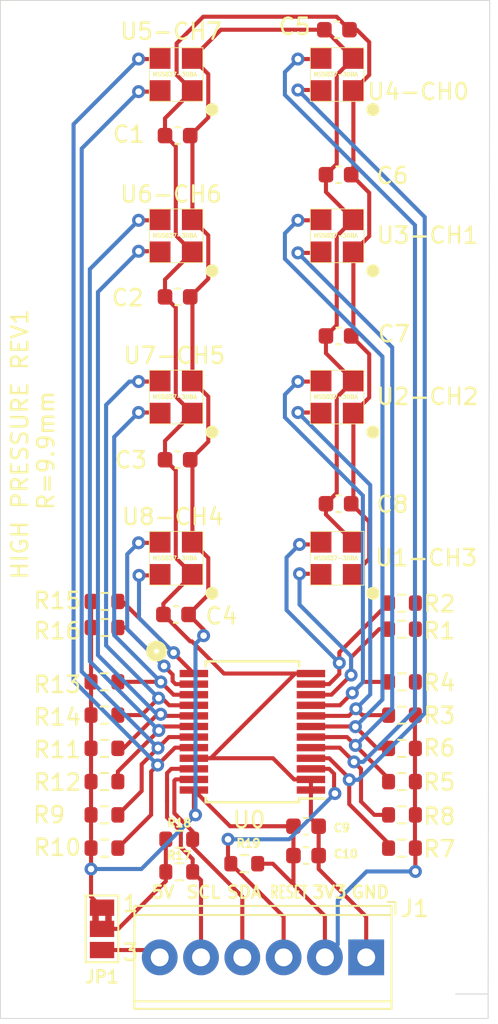
<source format=kicad_pcb>
(kicad_pcb (version 20171130) (host pcbnew "(5.1.12)-1")

  (general
    (thickness 1.6)
    (drawings 15)
    (tracks 379)
    (zones 0)
    (modules 44)
    (nets 24)
  )

  (page A4)
  (layers
    (0 F.Cu signal)
    (31 B.Cu signal)
    (32 B.Adhes user)
    (33 F.Adhes user)
    (34 B.Paste user)
    (35 F.Paste user)
    (36 B.SilkS user)
    (37 F.SilkS user)
    (38 B.Mask user)
    (39 F.Mask user)
    (40 Dwgs.User user)
    (41 Cmts.User user)
    (42 Eco1.User user)
    (43 Eco2.User user)
    (44 Edge.Cuts user)
    (45 Margin user)
    (46 B.CrtYd user)
    (47 F.CrtYd user)
    (48 B.Fab user)
    (49 F.Fab user)
  )

  (setup
    (last_trace_width 0.25)
    (trace_clearance 0.2)
    (zone_clearance 0.508)
    (zone_45_only no)
    (trace_min 0.2)
    (via_size 0.8)
    (via_drill 0.4)
    (via_min_size 0.4)
    (via_min_drill 0.3)
    (uvia_size 0.3)
    (uvia_drill 0.1)
    (uvias_allowed no)
    (uvia_min_size 0.2)
    (uvia_min_drill 0.1)
    (edge_width 0.05)
    (segment_width 0.2)
    (pcb_text_width 0.3)
    (pcb_text_size 1.5 1.5)
    (mod_edge_width 0.12)
    (mod_text_size 1 1)
    (mod_text_width 0.15)
    (pad_size 1.3 1.3)
    (pad_drill 0)
    (pad_to_mask_clearance 0)
    (aux_axis_origin 0 0)
    (visible_elements 7FFDFF7F)
    (pcbplotparams
      (layerselection 0x010fc_ffffffff)
      (usegerberextensions true)
      (usegerberattributes true)
      (usegerberadvancedattributes false)
      (creategerberjobfile false)
      (excludeedgelayer true)
      (linewidth 0.100000)
      (plotframeref false)
      (viasonmask false)
      (mode 1)
      (useauxorigin false)
      (hpglpennumber 1)
      (hpglpenspeed 20)
      (hpglpendiameter 15.000000)
      (psnegative false)
      (psa4output false)
      (plotreference true)
      (plotvalue false)
      (plotinvisibletext false)
      (padsonsilk false)
      (subtractmaskfromsilk true)
      (outputformat 1)
      (mirror false)
      (drillshape 0)
      (scaleselection 1)
      (outputdirectory "gerbers/"))
  )

  (net 0 "")
  (net 1 "Net-(J1-Pad3)")
  (net 2 +3V3)
  (net 3 GND)
  (net 4 "Net-(J1-Pad4)")
  (net 5 "Net-(J1-Pad5)")
  (net 6 "Net-(R1-Pad2)")
  (net 7 "Net-(R2-Pad2)")
  (net 8 "Net-(R3-Pad2)")
  (net 9 "Net-(R4-Pad2)")
  (net 10 "Net-(R5-Pad2)")
  (net 11 "Net-(R6-Pad2)")
  (net 12 "Net-(R7-Pad2)")
  (net 13 "Net-(R8-Pad2)")
  (net 14 "Net-(R9-Pad2)")
  (net 15 "Net-(R10-Pad2)")
  (net 16 "Net-(R11-Pad2)")
  (net 17 "Net-(R12-Pad2)")
  (net 18 "Net-(R13-Pad2)")
  (net 19 "Net-(R14-Pad2)")
  (net 20 "Net-(R15-Pad2)")
  (net 21 "Net-(R16-Pad2)")
  (net 22 +5V)
  (net 23 "Net-(JP1-Pad2)")

  (net_class Default "This is the default net class."
    (clearance 0.2)
    (trace_width 0.25)
    (via_dia 0.8)
    (via_drill 0.4)
    (uvia_dia 0.3)
    (uvia_drill 0.1)
    (add_net +3V3)
    (add_net +5V)
    (add_net GND)
    (add_net "Net-(J1-Pad3)")
    (add_net "Net-(J1-Pad4)")
    (add_net "Net-(J1-Pad5)")
    (add_net "Net-(JP1-Pad2)")
    (add_net "Net-(R1-Pad2)")
    (add_net "Net-(R10-Pad2)")
    (add_net "Net-(R11-Pad2)")
    (add_net "Net-(R12-Pad2)")
    (add_net "Net-(R13-Pad2)")
    (add_net "Net-(R14-Pad2)")
    (add_net "Net-(R15-Pad2)")
    (add_net "Net-(R16-Pad2)")
    (add_net "Net-(R2-Pad2)")
    (add_net "Net-(R3-Pad2)")
    (add_net "Net-(R4-Pad2)")
    (add_net "Net-(R5-Pad2)")
    (add_net "Net-(R6-Pad2)")
    (add_net "Net-(R7-Pad2)")
    (add_net "Net-(R8-Pad2)")
    (add_net "Net-(R9-Pad2)")
  )

  (module Jumper:SolderJumper-3_P1.3mm_Bridged2Bar12_Pad1.0x1.5mm_NumberLabels (layer F.Cu) (tedit 5C756B16) (tstamp 61BF8AA9)
    (at 120.75 92 270)
    (descr "SMD Solder Jumper, 1x1.5mm Pads, 0.3mm gap, pads 1-2 Bridged2Bar with 2 copper strip, labeled with numbers")
    (tags "solder jumper open")
    (path /61BFF099)
    (attr virtual)
    (fp_text reference JP1 (at 2.95 0 180) (layer F.SilkS)
      (effects (font (size 0.75 0.75) (thickness 0.15)))
    )
    (fp_text value SolderJumper_3_Bridged12 (at 0 1.9 90) (layer F.Fab)
      (effects (font (size 1 1) (thickness 0.15)))
    )
    (fp_poly (pts (xy -0.9 -0.6) (xy -0.4 -0.6) (xy -0.4 -0.2) (xy -0.9 -0.2)) (layer F.Cu) (width 0))
    (fp_poly (pts (xy -0.9 0.2) (xy -0.4 0.2) (xy -0.4 0.6) (xy -0.9 0.6)) (layer F.Cu) (width 0))
    (fp_line (start 2.3 1.25) (end -2.3 1.25) (layer F.CrtYd) (width 0.05))
    (fp_line (start 2.3 1.25) (end 2.3 -1.25) (layer F.CrtYd) (width 0.05))
    (fp_line (start -2.3 -1.25) (end -2.3 1.25) (layer F.CrtYd) (width 0.05))
    (fp_line (start -2.3 -1.25) (end 2.3 -1.25) (layer F.CrtYd) (width 0.05))
    (fp_line (start -2.05 -1) (end 2.05 -1) (layer F.SilkS) (width 0.12))
    (fp_line (start 2.05 -1) (end 2.05 1) (layer F.SilkS) (width 0.12))
    (fp_line (start 2.05 1) (end -2.05 1) (layer F.SilkS) (width 0.12))
    (fp_line (start -2.05 1) (end -2.05 -1) (layer F.SilkS) (width 0.12))
    (fp_text user 3 (at 1.45 -1.75 180) (layer F.SilkS)
      (effects (font (size 1 1) (thickness 0.15)))
    )
    (fp_text user 1 (at -1.55 -1.75 180) (layer F.SilkS)
      (effects (font (size 1 1) (thickness 0.15)))
    )
    (pad 1 smd rect (at -1.3 0 270) (size 1 1.5) (layers F.Cu F.Mask)
      (net 2 +3V3))
    (pad 3 smd rect (at 1.3 0 270) (size 1 1.5) (layers F.Cu F.Mask)
      (net 22 +5V))
    (pad 2 smd rect (at 0 0 270) (size 1 1.5) (layers F.Cu F.Mask)
      (net 23 "Net-(JP1-Pad2)"))
  )

  (module Capacitor_SMD:C_0603_1608Metric (layer F.Cu) (tedit 5F68FEEE) (tstamp 61B91F79)
    (at 125.4 43.3)
    (descr "Capacitor SMD 0603 (1608 Metric), square (rectangular) end terminal, IPC_7351 nominal, (Body size source: IPC-SM-782 page 76, https://www.pcb-3d.com/wordpress/wp-content/uploads/ipc-sm-782a_amendment_1_and_2.pdf), generated with kicad-footprint-generator")
    (tags capacitor)
    (path /61C6B183)
    (attr smd)
    (fp_text reference C1 (at -3 -0.08) (layer F.SilkS)
      (effects (font (size 1 1) (thickness 0.15)))
    )
    (fp_text value 06034C104KAT2A (at -8.7 0.12) (layer F.Fab)
      (effects (font (size 1 1) (thickness 0.15)))
    )
    (fp_line (start -0.8 0.4) (end -0.8 -0.4) (layer F.Fab) (width 0.1))
    (fp_line (start -0.8 -0.4) (end 0.8 -0.4) (layer F.Fab) (width 0.1))
    (fp_line (start 0.8 -0.4) (end 0.8 0.4) (layer F.Fab) (width 0.1))
    (fp_line (start 0.8 0.4) (end -0.8 0.4) (layer F.Fab) (width 0.1))
    (fp_line (start -0.14058 -0.51) (end 0.14058 -0.51) (layer F.SilkS) (width 0.12))
    (fp_line (start -0.14058 0.51) (end 0.14058 0.51) (layer F.SilkS) (width 0.12))
    (fp_line (start -1.48 0.73) (end -1.48 -0.73) (layer F.CrtYd) (width 0.05))
    (fp_line (start -1.48 -0.73) (end 1.48 -0.73) (layer F.CrtYd) (width 0.05))
    (fp_line (start 1.48 -0.73) (end 1.48 0.73) (layer F.CrtYd) (width 0.05))
    (fp_line (start 1.48 0.73) (end -1.48 0.73) (layer F.CrtYd) (width 0.05))
    (fp_text user %R (at 0 0) (layer F.Fab)
      (effects (font (size 0.4 0.4) (thickness 0.06)))
    )
    (pad 2 smd roundrect (at 0.775 0) (size 0.9 0.95) (layers F.Cu F.Paste F.Mask) (roundrect_rratio 0.25)
      (net 2 +3V3))
    (pad 1 smd roundrect (at -0.775 0) (size 0.9 0.95) (layers F.Cu F.Paste F.Mask) (roundrect_rratio 0.25)
      (net 3 GND))
    (model ${KISYS3DMOD}/Capacitor_SMD.3dshapes/C_0603_1608Metric.wrl
      (at (xyz 0 0 0))
      (scale (xyz 1 1 1))
      (rotate (xyz 0 0 0))
    )
  )

  (module Capacitor_SMD:C_0603_1608Metric (layer F.Cu) (tedit 5F68FEEE) (tstamp 61B91F8A)
    (at 125.4 53.2)
    (descr "Capacitor SMD 0603 (1608 Metric), square (rectangular) end terminal, IPC_7351 nominal, (Body size source: IPC-SM-782 page 76, https://www.pcb-3d.com/wordpress/wp-content/uploads/ipc-sm-782a_amendment_1_and_2.pdf), generated with kicad-footprint-generator")
    (tags capacitor)
    (path /61CB5F68)
    (attr smd)
    (fp_text reference C2 (at -3.07 0.06) (layer F.SilkS)
      (effects (font (size 1 1) (thickness 0.15)))
    )
    (fp_text value 06034C104KAT2A (at -9.37 -0.14) (layer F.Fab)
      (effects (font (size 1 1) (thickness 0.15)))
    )
    (fp_line (start 1.48 0.73) (end -1.48 0.73) (layer F.CrtYd) (width 0.05))
    (fp_line (start 1.48 -0.73) (end 1.48 0.73) (layer F.CrtYd) (width 0.05))
    (fp_line (start -1.48 -0.73) (end 1.48 -0.73) (layer F.CrtYd) (width 0.05))
    (fp_line (start -1.48 0.73) (end -1.48 -0.73) (layer F.CrtYd) (width 0.05))
    (fp_line (start -0.14058 0.51) (end 0.14058 0.51) (layer F.SilkS) (width 0.12))
    (fp_line (start -0.14058 -0.51) (end 0.14058 -0.51) (layer F.SilkS) (width 0.12))
    (fp_line (start 0.8 0.4) (end -0.8 0.4) (layer F.Fab) (width 0.1))
    (fp_line (start 0.8 -0.4) (end 0.8 0.4) (layer F.Fab) (width 0.1))
    (fp_line (start -0.8 -0.4) (end 0.8 -0.4) (layer F.Fab) (width 0.1))
    (fp_line (start -0.8 0.4) (end -0.8 -0.4) (layer F.Fab) (width 0.1))
    (fp_text user %R (at 0 0) (layer F.Fab)
      (effects (font (size 0.4 0.4) (thickness 0.06)))
    )
    (pad 1 smd roundrect (at -0.775 0) (size 0.9 0.95) (layers F.Cu F.Paste F.Mask) (roundrect_rratio 0.25)
      (net 3 GND))
    (pad 2 smd roundrect (at 0.775 0) (size 0.9 0.95) (layers F.Cu F.Paste F.Mask) (roundrect_rratio 0.25)
      (net 2 +3V3))
    (model ${KISYS3DMOD}/Capacitor_SMD.3dshapes/C_0603_1608Metric.wrl
      (at (xyz 0 0 0))
      (scale (xyz 1 1 1))
      (rotate (xyz 0 0 0))
    )
  )

  (module Capacitor_SMD:C_0603_1608Metric (layer F.Cu) (tedit 5F68FEEE) (tstamp 61B91F9B)
    (at 125.4 63.2)
    (descr "Capacitor SMD 0603 (1608 Metric), square (rectangular) end terminal, IPC_7351 nominal, (Body size source: IPC-SM-782 page 76, https://www.pcb-3d.com/wordpress/wp-content/uploads/ipc-sm-782a_amendment_1_and_2.pdf), generated with kicad-footprint-generator")
    (tags capacitor)
    (path /61CBF7C4)
    (attr smd)
    (fp_text reference C3 (at -2.87 0.02) (layer F.SilkS)
      (effects (font (size 1 1) (thickness 0.15)))
    )
    (fp_text value 06034C104KAT2A (at -8.87 0.02) (layer F.Fab)
      (effects (font (size 1 1) (thickness 0.15)))
    )
    (fp_line (start -0.8 0.4) (end -0.8 -0.4) (layer F.Fab) (width 0.1))
    (fp_line (start -0.8 -0.4) (end 0.8 -0.4) (layer F.Fab) (width 0.1))
    (fp_line (start 0.8 -0.4) (end 0.8 0.4) (layer F.Fab) (width 0.1))
    (fp_line (start 0.8 0.4) (end -0.8 0.4) (layer F.Fab) (width 0.1))
    (fp_line (start -0.14058 -0.51) (end 0.14058 -0.51) (layer F.SilkS) (width 0.12))
    (fp_line (start -0.14058 0.51) (end 0.14058 0.51) (layer F.SilkS) (width 0.12))
    (fp_line (start -1.48 0.73) (end -1.48 -0.73) (layer F.CrtYd) (width 0.05))
    (fp_line (start -1.48 -0.73) (end 1.48 -0.73) (layer F.CrtYd) (width 0.05))
    (fp_line (start 1.48 -0.73) (end 1.48 0.73) (layer F.CrtYd) (width 0.05))
    (fp_line (start 1.48 0.73) (end -1.48 0.73) (layer F.CrtYd) (width 0.05))
    (fp_text user %R (at 0 0) (layer F.Fab)
      (effects (font (size 0.4 0.4) (thickness 0.06)))
    )
    (pad 2 smd roundrect (at 0.775 0) (size 0.9 0.95) (layers F.Cu F.Paste F.Mask) (roundrect_rratio 0.25)
      (net 2 +3V3))
    (pad 1 smd roundrect (at -0.775 0) (size 0.9 0.95) (layers F.Cu F.Paste F.Mask) (roundrect_rratio 0.25)
      (net 3 GND))
    (model ${KISYS3DMOD}/Capacitor_SMD.3dshapes/C_0603_1608Metric.wrl
      (at (xyz 0 0 0))
      (scale (xyz 1 1 1))
      (rotate (xyz 0 0 0))
    )
  )

  (module Capacitor_SMD:C_0603_1608Metric (layer F.Cu) (tedit 5F68FEEE) (tstamp 61B91FAC)
    (at 125.3 72.7)
    (descr "Capacitor SMD 0603 (1608 Metric), square (rectangular) end terminal, IPC_7351 nominal, (Body size source: IPC-SM-782 page 76, https://www.pcb-3d.com/wordpress/wp-content/uploads/ipc-sm-782a_amendment_1_and_2.pdf), generated with kicad-footprint-generator")
    (tags capacitor)
    (path /61CD0124)
    (attr smd)
    (fp_text reference C4 (at 2.8 0.1) (layer F.SilkS)
      (effects (font (size 1 1) (thickness 0.15)))
    )
    (fp_text value 06034C104KAT2A (at -9.41 0.19) (layer F.Fab)
      (effects (font (size 1 1) (thickness 0.15)))
    )
    (fp_line (start 1.48 0.73) (end -1.48 0.73) (layer F.CrtYd) (width 0.05))
    (fp_line (start 1.48 -0.73) (end 1.48 0.73) (layer F.CrtYd) (width 0.05))
    (fp_line (start -1.48 -0.73) (end 1.48 -0.73) (layer F.CrtYd) (width 0.05))
    (fp_line (start -1.48 0.73) (end -1.48 -0.73) (layer F.CrtYd) (width 0.05))
    (fp_line (start -0.14058 0.51) (end 0.14058 0.51) (layer F.SilkS) (width 0.12))
    (fp_line (start -0.14058 -0.51) (end 0.14058 -0.51) (layer F.SilkS) (width 0.12))
    (fp_line (start 0.8 0.4) (end -0.8 0.4) (layer F.Fab) (width 0.1))
    (fp_line (start 0.8 -0.4) (end 0.8 0.4) (layer F.Fab) (width 0.1))
    (fp_line (start -0.8 -0.4) (end 0.8 -0.4) (layer F.Fab) (width 0.1))
    (fp_line (start -0.8 0.4) (end -0.8 -0.4) (layer F.Fab) (width 0.1))
    (fp_text user %R (at 0 0) (layer F.Fab)
      (effects (font (size 0.4 0.4) (thickness 0.06)))
    )
    (pad 1 smd roundrect (at -0.775 0) (size 0.9 0.95) (layers F.Cu F.Paste F.Mask) (roundrect_rratio 0.25)
      (net 3 GND))
    (pad 2 smd roundrect (at 0.775 0) (size 0.9 0.95) (layers F.Cu F.Paste F.Mask) (roundrect_rratio 0.25)
      (net 2 +3V3))
    (model ${KISYS3DMOD}/Capacitor_SMD.3dshapes/C_0603_1608Metric.wrl
      (at (xyz 0 0 0))
      (scale (xyz 1 1 1))
      (rotate (xyz 0 0 0))
    )
  )

  (module Capacitor_SMD:C_0603_1608Metric (layer F.Cu) (tedit 5F68FEEE) (tstamp 61B91FBD)
    (at 135.2 36.8 180)
    (descr "Capacitor SMD 0603 (1608 Metric), square (rectangular) end terminal, IPC_7351 nominal, (Body size source: IPC-SM-782 page 76, https://www.pcb-3d.com/wordpress/wp-content/uploads/ipc-sm-782a_amendment_1_and_2.pdf), generated with kicad-footprint-generator")
    (tags capacitor)
    (path /61DDC49B)
    (attr smd)
    (fp_text reference C5 (at 2.6 0.2) (layer F.SilkS)
      (effects (font (size 1 1) (thickness 0.15)))
    )
    (fp_text value 06034C104KAT2A (at -8.81 0.03) (layer F.Fab)
      (effects (font (size 1 1) (thickness 0.15)))
    )
    (fp_line (start -0.8 0.4) (end -0.8 -0.4) (layer F.Fab) (width 0.1))
    (fp_line (start -0.8 -0.4) (end 0.8 -0.4) (layer F.Fab) (width 0.1))
    (fp_line (start 0.8 -0.4) (end 0.8 0.4) (layer F.Fab) (width 0.1))
    (fp_line (start 0.8 0.4) (end -0.8 0.4) (layer F.Fab) (width 0.1))
    (fp_line (start -0.14058 -0.51) (end 0.14058 -0.51) (layer F.SilkS) (width 0.12))
    (fp_line (start -0.14058 0.51) (end 0.14058 0.51) (layer F.SilkS) (width 0.12))
    (fp_line (start -1.48 0.73) (end -1.48 -0.73) (layer F.CrtYd) (width 0.05))
    (fp_line (start -1.48 -0.73) (end 1.48 -0.73) (layer F.CrtYd) (width 0.05))
    (fp_line (start 1.48 -0.73) (end 1.48 0.73) (layer F.CrtYd) (width 0.05))
    (fp_line (start 1.48 0.73) (end -1.48 0.73) (layer F.CrtYd) (width 0.05))
    (fp_text user %R (at 0 0) (layer F.Fab)
      (effects (font (size 0.4 0.4) (thickness 0.06)))
    )
    (pad 2 smd roundrect (at 0.775 0 180) (size 0.9 0.95) (layers F.Cu F.Paste F.Mask) (roundrect_rratio 0.25)
      (net 2 +3V3))
    (pad 1 smd roundrect (at -0.775 0 180) (size 0.9 0.95) (layers F.Cu F.Paste F.Mask) (roundrect_rratio 0.25)
      (net 3 GND))
    (model ${KISYS3DMOD}/Capacitor_SMD.3dshapes/C_0603_1608Metric.wrl
      (at (xyz 0 0 0))
      (scale (xyz 1 1 1))
      (rotate (xyz 0 0 0))
    )
  )

  (module Capacitor_SMD:C_0603_1608Metric (layer F.Cu) (tedit 5F68FEEE) (tstamp 61B91FCE)
    (at 135.3 45.7 180)
    (descr "Capacitor SMD 0603 (1608 Metric), square (rectangular) end terminal, IPC_7351 nominal, (Body size source: IPC-SM-782 page 76, https://www.pcb-3d.com/wordpress/wp-content/uploads/ipc-sm-782a_amendment_1_and_2.pdf), generated with kicad-footprint-generator")
    (tags capacitor)
    (path /61DDC4D7)
    (attr smd)
    (fp_text reference C6 (at -3.32 -0.06) (layer F.SilkS)
      (effects (font (size 1 1) (thickness 0.15)))
    )
    (fp_text value 06034C104KAT2A (at -8.82 0.44) (layer F.Fab)
      (effects (font (size 1 1) (thickness 0.15)))
    )
    (fp_line (start 1.48 0.73) (end -1.48 0.73) (layer F.CrtYd) (width 0.05))
    (fp_line (start 1.48 -0.73) (end 1.48 0.73) (layer F.CrtYd) (width 0.05))
    (fp_line (start -1.48 -0.73) (end 1.48 -0.73) (layer F.CrtYd) (width 0.05))
    (fp_line (start -1.48 0.73) (end -1.48 -0.73) (layer F.CrtYd) (width 0.05))
    (fp_line (start -0.14058 0.51) (end 0.14058 0.51) (layer F.SilkS) (width 0.12))
    (fp_line (start -0.14058 -0.51) (end 0.14058 -0.51) (layer F.SilkS) (width 0.12))
    (fp_line (start 0.8 0.4) (end -0.8 0.4) (layer F.Fab) (width 0.1))
    (fp_line (start 0.8 -0.4) (end 0.8 0.4) (layer F.Fab) (width 0.1))
    (fp_line (start -0.8 -0.4) (end 0.8 -0.4) (layer F.Fab) (width 0.1))
    (fp_line (start -0.8 0.4) (end -0.8 -0.4) (layer F.Fab) (width 0.1))
    (fp_text user %R (at 0 0) (layer F.Fab)
      (effects (font (size 0.4 0.4) (thickness 0.06)))
    )
    (pad 1 smd roundrect (at -0.775 0 180) (size 0.9 0.95) (layers F.Cu F.Paste F.Mask) (roundrect_rratio 0.25)
      (net 3 GND))
    (pad 2 smd roundrect (at 0.775 0 180) (size 0.9 0.95) (layers F.Cu F.Paste F.Mask) (roundrect_rratio 0.25)
      (net 2 +3V3))
    (model ${KISYS3DMOD}/Capacitor_SMD.3dshapes/C_0603_1608Metric.wrl
      (at (xyz 0 0 0))
      (scale (xyz 1 1 1))
      (rotate (xyz 0 0 0))
    )
  )

  (module Capacitor_SMD:C_0603_1608Metric (layer F.Cu) (tedit 5F68FEEE) (tstamp 61B91FDF)
    (at 135.3 55.6 180)
    (descr "Capacitor SMD 0603 (1608 Metric), square (rectangular) end terminal, IPC_7351 nominal, (Body size source: IPC-SM-782 page 76, https://www.pcb-3d.com/wordpress/wp-content/uploads/ipc-sm-782a_amendment_1_and_2.pdf), generated with kicad-footprint-generator")
    (tags capacitor)
    (path /61DDC519)
    (attr smd)
    (fp_text reference C7 (at -3.41 0.13) (layer F.SilkS)
      (effects (font (size 1 1) (thickness 0.15)))
    )
    (fp_text value 06034C104KAT2A (at -9.31 0.23) (layer F.Fab)
      (effects (font (size 1 1) (thickness 0.15)))
    )
    (fp_line (start 1.48 0.73) (end -1.48 0.73) (layer F.CrtYd) (width 0.05))
    (fp_line (start 1.48 -0.73) (end 1.48 0.73) (layer F.CrtYd) (width 0.05))
    (fp_line (start -1.48 -0.73) (end 1.48 -0.73) (layer F.CrtYd) (width 0.05))
    (fp_line (start -1.48 0.73) (end -1.48 -0.73) (layer F.CrtYd) (width 0.05))
    (fp_line (start -0.14058 0.51) (end 0.14058 0.51) (layer F.SilkS) (width 0.12))
    (fp_line (start -0.14058 -0.51) (end 0.14058 -0.51) (layer F.SilkS) (width 0.12))
    (fp_line (start 0.8 0.4) (end -0.8 0.4) (layer F.Fab) (width 0.1))
    (fp_line (start 0.8 -0.4) (end 0.8 0.4) (layer F.Fab) (width 0.1))
    (fp_line (start -0.8 -0.4) (end 0.8 -0.4) (layer F.Fab) (width 0.1))
    (fp_line (start -0.8 0.4) (end -0.8 -0.4) (layer F.Fab) (width 0.1))
    (fp_text user %R (at 0 0) (layer F.Fab)
      (effects (font (size 0.4 0.4) (thickness 0.06)))
    )
    (pad 1 smd roundrect (at -0.775 0 180) (size 0.9 0.95) (layers F.Cu F.Paste F.Mask) (roundrect_rratio 0.25)
      (net 3 GND))
    (pad 2 smd roundrect (at 0.775 0 180) (size 0.9 0.95) (layers F.Cu F.Paste F.Mask) (roundrect_rratio 0.25)
      (net 2 +3V3))
    (model ${KISYS3DMOD}/Capacitor_SMD.3dshapes/C_0603_1608Metric.wrl
      (at (xyz 0 0 0))
      (scale (xyz 1 1 1))
      (rotate (xyz 0 0 0))
    )
  )

  (module Capacitor_SMD:C_0603_1608Metric (layer F.Cu) (tedit 5F68FEEE) (tstamp 61B91FF0)
    (at 135.3 65.9 180)
    (descr "Capacitor SMD 0603 (1608 Metric), square (rectangular) end terminal, IPC_7351 nominal, (Body size source: IPC-SM-782 page 76, https://www.pcb-3d.com/wordpress/wp-content/uploads/ipc-sm-782a_amendment_1_and_2.pdf), generated with kicad-footprint-generator")
    (tags capacitor)
    (path /61DDC55B)
    (attr smd)
    (fp_text reference C8 (at -3.32 -0.04) (layer F.SilkS)
      (effects (font (size 1 1) (thickness 0.15)))
    )
    (fp_text value 06034C104KAT2A (at -9.32 -0.04) (layer F.Fab)
      (effects (font (size 1 1) (thickness 0.15)))
    )
    (fp_line (start -0.8 0.4) (end -0.8 -0.4) (layer F.Fab) (width 0.1))
    (fp_line (start -0.8 -0.4) (end 0.8 -0.4) (layer F.Fab) (width 0.1))
    (fp_line (start 0.8 -0.4) (end 0.8 0.4) (layer F.Fab) (width 0.1))
    (fp_line (start 0.8 0.4) (end -0.8 0.4) (layer F.Fab) (width 0.1))
    (fp_line (start -0.14058 -0.51) (end 0.14058 -0.51) (layer F.SilkS) (width 0.12))
    (fp_line (start -0.14058 0.51) (end 0.14058 0.51) (layer F.SilkS) (width 0.12))
    (fp_line (start -1.48 0.73) (end -1.48 -0.73) (layer F.CrtYd) (width 0.05))
    (fp_line (start -1.48 -0.73) (end 1.48 -0.73) (layer F.CrtYd) (width 0.05))
    (fp_line (start 1.48 -0.73) (end 1.48 0.73) (layer F.CrtYd) (width 0.05))
    (fp_line (start 1.48 0.73) (end -1.48 0.73) (layer F.CrtYd) (width 0.05))
    (fp_text user %R (at 0 0) (layer F.Fab)
      (effects (font (size 0.4 0.4) (thickness 0.06)))
    )
    (pad 2 smd roundrect (at 0.775 0 180) (size 0.9 0.95) (layers F.Cu F.Paste F.Mask) (roundrect_rratio 0.25)
      (net 2 +3V3))
    (pad 1 smd roundrect (at -0.775 0 180) (size 0.9 0.95) (layers F.Cu F.Paste F.Mask) (roundrect_rratio 0.25)
      (net 3 GND))
    (model ${KISYS3DMOD}/Capacitor_SMD.3dshapes/C_0603_1608Metric.wrl
      (at (xyz 0 0 0))
      (scale (xyz 1 1 1))
      (rotate (xyz 0 0 0))
    )
  )

  (module Capacitor_SMD:C_0603_1608Metric (layer F.Cu) (tedit 5F68FEEE) (tstamp 61B92001)
    (at 133.3 85.7)
    (descr "Capacitor SMD 0603 (1608 Metric), square (rectangular) end terminal, IPC_7351 nominal, (Body size source: IPC-SM-782 page 76, https://www.pcb-3d.com/wordpress/wp-content/uploads/ipc-sm-782a_amendment_1_and_2.pdf), generated with kicad-footprint-generator")
    (tags capacitor)
    (path /61ADC204)
    (attr smd)
    (fp_text reference C9 (at 2.2 0.1) (layer F.SilkS)
      (effects (font (size 0.5 0.5) (thickness 0.125)))
    )
    (fp_text value C (at 0 1.43) (layer F.Fab)
      (effects (font (size 1 1) (thickness 0.15)))
    )
    (fp_line (start 1.48 0.73) (end -1.48 0.73) (layer F.CrtYd) (width 0.05))
    (fp_line (start 1.48 -0.73) (end 1.48 0.73) (layer F.CrtYd) (width 0.05))
    (fp_line (start -1.48 -0.73) (end 1.48 -0.73) (layer F.CrtYd) (width 0.05))
    (fp_line (start -1.48 0.73) (end -1.48 -0.73) (layer F.CrtYd) (width 0.05))
    (fp_line (start -0.14058 0.51) (end 0.14058 0.51) (layer F.SilkS) (width 0.12))
    (fp_line (start -0.14058 -0.51) (end 0.14058 -0.51) (layer F.SilkS) (width 0.12))
    (fp_line (start 0.8 0.4) (end -0.8 0.4) (layer F.Fab) (width 0.1))
    (fp_line (start 0.8 -0.4) (end 0.8 0.4) (layer F.Fab) (width 0.1))
    (fp_line (start -0.8 -0.4) (end 0.8 -0.4) (layer F.Fab) (width 0.1))
    (fp_line (start -0.8 0.4) (end -0.8 -0.4) (layer F.Fab) (width 0.1))
    (fp_text user %R (at 0 0) (layer F.Fab)
      (effects (font (size 0.4 0.4) (thickness 0.06)))
    )
    (pad 1 smd roundrect (at -0.775 0) (size 0.9 0.95) (layers F.Cu F.Paste F.Mask) (roundrect_rratio 0.25)
      (net 2 +3V3))
    (pad 2 smd roundrect (at 0.775 0) (size 0.9 0.95) (layers F.Cu F.Paste F.Mask) (roundrect_rratio 0.25)
      (net 3 GND))
    (model ${KISYS3DMOD}/Capacitor_SMD.3dshapes/C_0603_1608Metric.wrl
      (at (xyz 0 0 0))
      (scale (xyz 1 1 1))
      (rotate (xyz 0 0 0))
    )
  )

  (module Capacitor_SMD:C_0603_1608Metric (layer F.Cu) (tedit 5F68FEEE) (tstamp 61B92012)
    (at 133.3 87.5)
    (descr "Capacitor SMD 0603 (1608 Metric), square (rectangular) end terminal, IPC_7351 nominal, (Body size source: IPC-SM-782 page 76, https://www.pcb-3d.com/wordpress/wp-content/uploads/ipc-sm-782a_amendment_1_and_2.pdf), generated with kicad-footprint-generator")
    (tags capacitor)
    (path /61B060DB)
    (attr smd)
    (fp_text reference C10 (at 2.45 -0.1) (layer F.SilkS)
      (effects (font (size 0.5 0.5) (thickness 0.125)))
    )
    (fp_text value C (at 0 1.43) (layer F.Fab)
      (effects (font (size 1 1) (thickness 0.15)))
    )
    (fp_line (start -0.8 0.4) (end -0.8 -0.4) (layer F.Fab) (width 0.1))
    (fp_line (start -0.8 -0.4) (end 0.8 -0.4) (layer F.Fab) (width 0.1))
    (fp_line (start 0.8 -0.4) (end 0.8 0.4) (layer F.Fab) (width 0.1))
    (fp_line (start 0.8 0.4) (end -0.8 0.4) (layer F.Fab) (width 0.1))
    (fp_line (start -0.14058 -0.51) (end 0.14058 -0.51) (layer F.SilkS) (width 0.12))
    (fp_line (start -0.14058 0.51) (end 0.14058 0.51) (layer F.SilkS) (width 0.12))
    (fp_line (start -1.48 0.73) (end -1.48 -0.73) (layer F.CrtYd) (width 0.05))
    (fp_line (start -1.48 -0.73) (end 1.48 -0.73) (layer F.CrtYd) (width 0.05))
    (fp_line (start 1.48 -0.73) (end 1.48 0.73) (layer F.CrtYd) (width 0.05))
    (fp_line (start 1.48 0.73) (end -1.48 0.73) (layer F.CrtYd) (width 0.05))
    (fp_text user %R (at 0 0) (layer F.Fab)
      (effects (font (size 0.4 0.4) (thickness 0.06)))
    )
    (pad 2 smd roundrect (at 0.775 0) (size 0.9 0.95) (layers F.Cu F.Paste F.Mask) (roundrect_rratio 0.25)
      (net 3 GND))
    (pad 1 smd roundrect (at -0.775 0) (size 0.9 0.95) (layers F.Cu F.Paste F.Mask) (roundrect_rratio 0.25)
      (net 2 +3V3))
    (model ${KISYS3DMOD}/Capacitor_SMD.3dshapes/C_0603_1608Metric.wrl
      (at (xyz 0 0 0))
      (scale (xyz 1 1 1))
      (rotate (xyz 0 0 0))
    )
  )

  (module Resistor_SMD:R_0603_1608Metric (layer F.Cu) (tedit 5F68FEEE) (tstamp 61B9207D)
    (at 139.2 73.6 180)
    (descr "Resistor SMD 0603 (1608 Metric), square (rectangular) end terminal, IPC_7351 nominal, (Body size source: IPC-SM-782 page 72, https://www.pcb-3d.com/wordpress/wp-content/uploads/ipc-sm-782a_amendment_1_and_2.pdf), generated with kicad-footprint-generator")
    (tags resistor)
    (path /61C94E47)
    (attr smd)
    (fp_text reference R1 (at -2.3 -0.102042) (layer F.SilkS)
      (effects (font (size 1 1) (thickness 0.15)))
    )
    (fp_text value R (at 0 1.43) (layer F.Fab)
      (effects (font (size 1 1) (thickness 0.15)))
    )
    (fp_line (start -0.8 0.4125) (end -0.8 -0.4125) (layer F.Fab) (width 0.1))
    (fp_line (start -0.8 -0.4125) (end 0.8 -0.4125) (layer F.Fab) (width 0.1))
    (fp_line (start 0.8 -0.4125) (end 0.8 0.4125) (layer F.Fab) (width 0.1))
    (fp_line (start 0.8 0.4125) (end -0.8 0.4125) (layer F.Fab) (width 0.1))
    (fp_line (start -0.237258 -0.5225) (end 0.237258 -0.5225) (layer F.SilkS) (width 0.12))
    (fp_line (start -0.237258 0.5225) (end 0.237258 0.5225) (layer F.SilkS) (width 0.12))
    (fp_line (start -1.48 0.73) (end -1.48 -0.73) (layer F.CrtYd) (width 0.05))
    (fp_line (start -1.48 -0.73) (end 1.48 -0.73) (layer F.CrtYd) (width 0.05))
    (fp_line (start 1.48 -0.73) (end 1.48 0.73) (layer F.CrtYd) (width 0.05))
    (fp_line (start 1.48 0.73) (end -1.48 0.73) (layer F.CrtYd) (width 0.05))
    (fp_text user %R (at 0 0) (layer F.Fab)
      (effects (font (size 0.4 0.4) (thickness 0.06)))
    )
    (pad 2 smd roundrect (at 0.825 0 180) (size 0.8 0.95) (layers F.Cu F.Paste F.Mask) (roundrect_rratio 0.25)
      (net 6 "Net-(R1-Pad2)"))
    (pad 1 smd roundrect (at -0.825 0 180) (size 0.8 0.95) (layers F.Cu F.Paste F.Mask) (roundrect_rratio 0.25)
      (net 2 +3V3))
    (model ${KISYS3DMOD}/Resistor_SMD.3dshapes/R_0603_1608Metric.wrl
      (at (xyz 0 0 0))
      (scale (xyz 1 1 1))
      (rotate (xyz 0 0 0))
    )
  )

  (module Resistor_SMD:R_0603_1608Metric (layer F.Cu) (tedit 5F68FEEE) (tstamp 61B9208E)
    (at 139.2 72 180)
    (descr "Resistor SMD 0603 (1608 Metric), square (rectangular) end terminal, IPC_7351 nominal, (Body size source: IPC-SM-782 page 72, https://www.pcb-3d.com/wordpress/wp-content/uploads/ipc-sm-782a_amendment_1_and_2.pdf), generated with kicad-footprint-generator")
    (tags resistor)
    (path /61C9104B)
    (attr smd)
    (fp_text reference R2 (at -2.3 -0.042858) (layer F.SilkS)
      (effects (font (size 1 1) (thickness 0.15)))
    )
    (fp_text value R (at 0 1.43) (layer F.Fab)
      (effects (font (size 1 1) (thickness 0.15)))
    )
    (fp_line (start 1.48 0.73) (end -1.48 0.73) (layer F.CrtYd) (width 0.05))
    (fp_line (start 1.48 -0.73) (end 1.48 0.73) (layer F.CrtYd) (width 0.05))
    (fp_line (start -1.48 -0.73) (end 1.48 -0.73) (layer F.CrtYd) (width 0.05))
    (fp_line (start -1.48 0.73) (end -1.48 -0.73) (layer F.CrtYd) (width 0.05))
    (fp_line (start -0.237258 0.5225) (end 0.237258 0.5225) (layer F.SilkS) (width 0.12))
    (fp_line (start -0.237258 -0.5225) (end 0.237258 -0.5225) (layer F.SilkS) (width 0.12))
    (fp_line (start 0.8 0.4125) (end -0.8 0.4125) (layer F.Fab) (width 0.1))
    (fp_line (start 0.8 -0.4125) (end 0.8 0.4125) (layer F.Fab) (width 0.1))
    (fp_line (start -0.8 -0.4125) (end 0.8 -0.4125) (layer F.Fab) (width 0.1))
    (fp_line (start -0.8 0.4125) (end -0.8 -0.4125) (layer F.Fab) (width 0.1))
    (fp_text user %R (at 0 0 180) (layer F.Fab)
      (effects (font (size 0.4 0.4) (thickness 0.06)))
    )
    (pad 1 smd roundrect (at -0.825 0 180) (size 0.8 0.95) (layers F.Cu F.Paste F.Mask) (roundrect_rratio 0.25)
      (net 2 +3V3))
    (pad 2 smd roundrect (at 0.825 0 180) (size 0.8 0.95) (layers F.Cu F.Paste F.Mask) (roundrect_rratio 0.25)
      (net 7 "Net-(R2-Pad2)"))
    (model ${KISYS3DMOD}/Resistor_SMD.3dshapes/R_0603_1608Metric.wrl
      (at (xyz 0 0 0))
      (scale (xyz 1 1 1))
      (rotate (xyz 0 0 0))
    )
  )

  (module Resistor_SMD:R_0603_1608Metric (layer F.Cu) (tedit 5F68FEEE) (tstamp 61B9209F)
    (at 139.2 78.87959 180)
    (descr "Resistor SMD 0603 (1608 Metric), square (rectangular) end terminal, IPC_7351 nominal, (Body size source: IPC-SM-782 page 72, https://www.pcb-3d.com/wordpress/wp-content/uploads/ipc-sm-782a_amendment_1_and_2.pdf), generated with kicad-footprint-generator")
    (tags resistor)
    (path /61CB5F78)
    (attr smd)
    (fp_text reference R3 (at -2.3 -0.02041) (layer F.SilkS)
      (effects (font (size 1 1) (thickness 0.15)))
    )
    (fp_text value R (at 0 1.43) (layer F.Fab)
      (effects (font (size 1 1) (thickness 0.15)))
    )
    (fp_line (start 1.48 0.73) (end -1.48 0.73) (layer F.CrtYd) (width 0.05))
    (fp_line (start 1.48 -0.73) (end 1.48 0.73) (layer F.CrtYd) (width 0.05))
    (fp_line (start -1.48 -0.73) (end 1.48 -0.73) (layer F.CrtYd) (width 0.05))
    (fp_line (start -1.48 0.73) (end -1.48 -0.73) (layer F.CrtYd) (width 0.05))
    (fp_line (start -0.237258 0.5225) (end 0.237258 0.5225) (layer F.SilkS) (width 0.12))
    (fp_line (start -0.237258 -0.5225) (end 0.237258 -0.5225) (layer F.SilkS) (width 0.12))
    (fp_line (start 0.8 0.4125) (end -0.8 0.4125) (layer F.Fab) (width 0.1))
    (fp_line (start 0.8 -0.4125) (end 0.8 0.4125) (layer F.Fab) (width 0.1))
    (fp_line (start -0.8 -0.4125) (end 0.8 -0.4125) (layer F.Fab) (width 0.1))
    (fp_line (start -0.8 0.4125) (end -0.8 -0.4125) (layer F.Fab) (width 0.1))
    (fp_text user %R (at 0 0 180) (layer F.Fab)
      (effects (font (size 0.4 0.4) (thickness 0.06)))
    )
    (pad 1 smd roundrect (at -0.825 0 180) (size 0.8 0.95) (layers F.Cu F.Paste F.Mask) (roundrect_rratio 0.25)
      (net 2 +3V3))
    (pad 2 smd roundrect (at 0.825 0 180) (size 0.8 0.95) (layers F.Cu F.Paste F.Mask) (roundrect_rratio 0.25)
      (net 8 "Net-(R3-Pad2)"))
    (model ${KISYS3DMOD}/Resistor_SMD.3dshapes/R_0603_1608Metric.wrl
      (at (xyz 0 0 0))
      (scale (xyz 1 1 1))
      (rotate (xyz 0 0 0))
    )
  )

  (module Resistor_SMD:R_0603_1608Metric (layer F.Cu) (tedit 5F68FEEE) (tstamp 61B920B0)
    (at 139.2 76.838774 180)
    (descr "Resistor SMD 0603 (1608 Metric), square (rectangular) end terminal, IPC_7351 nominal, (Body size source: IPC-SM-782 page 72, https://www.pcb-3d.com/wordpress/wp-content/uploads/ipc-sm-782a_amendment_1_and_2.pdf), generated with kicad-footprint-generator")
    (tags resistor)
    (path /61CB5F72)
    (attr smd)
    (fp_text reference R4 (at -2.3 -0.061226) (layer F.SilkS)
      (effects (font (size 1 1) (thickness 0.15)))
    )
    (fp_text value R (at 0 1.43) (layer F.Fab)
      (effects (font (size 1 1) (thickness 0.15)))
    )
    (fp_line (start -0.8 0.4125) (end -0.8 -0.4125) (layer F.Fab) (width 0.1))
    (fp_line (start -0.8 -0.4125) (end 0.8 -0.4125) (layer F.Fab) (width 0.1))
    (fp_line (start 0.8 -0.4125) (end 0.8 0.4125) (layer F.Fab) (width 0.1))
    (fp_line (start 0.8 0.4125) (end -0.8 0.4125) (layer F.Fab) (width 0.1))
    (fp_line (start -0.237258 -0.5225) (end 0.237258 -0.5225) (layer F.SilkS) (width 0.12))
    (fp_line (start -0.237258 0.5225) (end 0.237258 0.5225) (layer F.SilkS) (width 0.12))
    (fp_line (start -1.48 0.73) (end -1.48 -0.73) (layer F.CrtYd) (width 0.05))
    (fp_line (start -1.48 -0.73) (end 1.48 -0.73) (layer F.CrtYd) (width 0.05))
    (fp_line (start 1.48 -0.73) (end 1.48 0.73) (layer F.CrtYd) (width 0.05))
    (fp_line (start 1.48 0.73) (end -1.48 0.73) (layer F.CrtYd) (width 0.05))
    (fp_text user %R (at 0 0) (layer F.Fab)
      (effects (font (size 0.4 0.4) (thickness 0.06)))
    )
    (pad 2 smd roundrect (at 0.825 0 180) (size 0.8 0.95) (layers F.Cu F.Paste F.Mask) (roundrect_rratio 0.25)
      (net 9 "Net-(R4-Pad2)"))
    (pad 1 smd roundrect (at -0.825 0 180) (size 0.8 0.95) (layers F.Cu F.Paste F.Mask) (roundrect_rratio 0.25)
      (net 2 +3V3))
    (model ${KISYS3DMOD}/Resistor_SMD.3dshapes/R_0603_1608Metric.wrl
      (at (xyz 0 0 0))
      (scale (xyz 1 1 1))
      (rotate (xyz 0 0 0))
    )
  )

  (module Resistor_SMD:R_0603_1608Metric (layer F.Cu) (tedit 5F68FEEE) (tstamp 61B920C1)
    (at 139.2 82.961222 180)
    (descr "Resistor SMD 0603 (1608 Metric), square (rectangular) end terminal, IPC_7351 nominal, (Body size source: IPC-SM-782 page 72, https://www.pcb-3d.com/wordpress/wp-content/uploads/ipc-sm-782a_amendment_1_and_2.pdf), generated with kicad-footprint-generator")
    (tags resistor)
    (path /61CBF7D4)
    (attr smd)
    (fp_text reference R5 (at -2.3 -0.038778) (layer F.SilkS)
      (effects (font (size 1 1) (thickness 0.15)))
    )
    (fp_text value R (at 0 1.43) (layer F.Fab)
      (effects (font (size 1 1) (thickness 0.15)))
    )
    (fp_line (start -0.8 0.4125) (end -0.8 -0.4125) (layer F.Fab) (width 0.1))
    (fp_line (start -0.8 -0.4125) (end 0.8 -0.4125) (layer F.Fab) (width 0.1))
    (fp_line (start 0.8 -0.4125) (end 0.8 0.4125) (layer F.Fab) (width 0.1))
    (fp_line (start 0.8 0.4125) (end -0.8 0.4125) (layer F.Fab) (width 0.1))
    (fp_line (start -0.237258 -0.5225) (end 0.237258 -0.5225) (layer F.SilkS) (width 0.12))
    (fp_line (start -0.237258 0.5225) (end 0.237258 0.5225) (layer F.SilkS) (width 0.12))
    (fp_line (start -1.48 0.73) (end -1.48 -0.73) (layer F.CrtYd) (width 0.05))
    (fp_line (start -1.48 -0.73) (end 1.48 -0.73) (layer F.CrtYd) (width 0.05))
    (fp_line (start 1.48 -0.73) (end 1.48 0.73) (layer F.CrtYd) (width 0.05))
    (fp_line (start 1.48 0.73) (end -1.48 0.73) (layer F.CrtYd) (width 0.05))
    (fp_text user %R (at 0 0) (layer F.Fab)
      (effects (font (size 0.4 0.4) (thickness 0.06)))
    )
    (pad 2 smd roundrect (at 0.825 0 180) (size 0.8 0.95) (layers F.Cu F.Paste F.Mask) (roundrect_rratio 0.25)
      (net 10 "Net-(R5-Pad2)"))
    (pad 1 smd roundrect (at -0.825 0 180) (size 0.8 0.95) (layers F.Cu F.Paste F.Mask) (roundrect_rratio 0.25)
      (net 2 +3V3))
    (model ${KISYS3DMOD}/Resistor_SMD.3dshapes/R_0603_1608Metric.wrl
      (at (xyz 0 0 0))
      (scale (xyz 1 1 1))
      (rotate (xyz 0 0 0))
    )
  )

  (module Resistor_SMD:R_0603_1608Metric (layer F.Cu) (tedit 5F68FEEE) (tstamp 61B920D2)
    (at 139.2 80.920406 180)
    (descr "Resistor SMD 0603 (1608 Metric), square (rectangular) end terminal, IPC_7351 nominal, (Body size source: IPC-SM-782 page 72, https://www.pcb-3d.com/wordpress/wp-content/uploads/ipc-sm-782a_amendment_1_and_2.pdf), generated with kicad-footprint-generator")
    (tags resistor)
    (path /61CBF7CE)
    (attr smd)
    (fp_text reference R6 (at -2.3 0.020406) (layer F.SilkS)
      (effects (font (size 1 1) (thickness 0.15)))
    )
    (fp_text value R (at 0 1.43) (layer F.Fab)
      (effects (font (size 1 1) (thickness 0.15)))
    )
    (fp_line (start 1.48 0.73) (end -1.48 0.73) (layer F.CrtYd) (width 0.05))
    (fp_line (start 1.48 -0.73) (end 1.48 0.73) (layer F.CrtYd) (width 0.05))
    (fp_line (start -1.48 -0.73) (end 1.48 -0.73) (layer F.CrtYd) (width 0.05))
    (fp_line (start -1.48 0.73) (end -1.48 -0.73) (layer F.CrtYd) (width 0.05))
    (fp_line (start -0.237258 0.5225) (end 0.237258 0.5225) (layer F.SilkS) (width 0.12))
    (fp_line (start -0.237258 -0.5225) (end 0.237258 -0.5225) (layer F.SilkS) (width 0.12))
    (fp_line (start 0.8 0.4125) (end -0.8 0.4125) (layer F.Fab) (width 0.1))
    (fp_line (start 0.8 -0.4125) (end 0.8 0.4125) (layer F.Fab) (width 0.1))
    (fp_line (start -0.8 -0.4125) (end 0.8 -0.4125) (layer F.Fab) (width 0.1))
    (fp_line (start -0.8 0.4125) (end -0.8 -0.4125) (layer F.Fab) (width 0.1))
    (fp_text user %R (at 0 0) (layer F.Fab)
      (effects (font (size 0.4 0.4) (thickness 0.06)))
    )
    (pad 1 smd roundrect (at -0.825 0 180) (size 0.8 0.95) (layers F.Cu F.Paste F.Mask) (roundrect_rratio 0.25)
      (net 2 +3V3))
    (pad 2 smd roundrect (at 0.825 0 180) (size 0.8 0.95) (layers F.Cu F.Paste F.Mask) (roundrect_rratio 0.25)
      (net 11 "Net-(R6-Pad2)"))
    (model ${KISYS3DMOD}/Resistor_SMD.3dshapes/R_0603_1608Metric.wrl
      (at (xyz 0 0 0))
      (scale (xyz 1 1 1))
      (rotate (xyz 0 0 0))
    )
  )

  (module Resistor_SMD:R_0603_1608Metric (layer F.Cu) (tedit 5F68FEEE) (tstamp 61B920E3)
    (at 139.2 87.042857 180)
    (descr "Resistor SMD 0603 (1608 Metric), square (rectangular) end terminal, IPC_7351 nominal, (Body size source: IPC-SM-782 page 72, https://www.pcb-3d.com/wordpress/wp-content/uploads/ipc-sm-782a_amendment_1_and_2.pdf), generated with kicad-footprint-generator")
    (tags resistor)
    (path /61CD0134)
    (attr smd)
    (fp_text reference R7 (at -2.3 -0.057143) (layer F.SilkS)
      (effects (font (size 1 1) (thickness 0.15)))
    )
    (fp_text value R (at 0 1.43) (layer F.Fab)
      (effects (font (size 1 1) (thickness 0.15)))
    )
    (fp_line (start 1.48 0.73) (end -1.48 0.73) (layer F.CrtYd) (width 0.05))
    (fp_line (start 1.48 -0.73) (end 1.48 0.73) (layer F.CrtYd) (width 0.05))
    (fp_line (start -1.48 -0.73) (end 1.48 -0.73) (layer F.CrtYd) (width 0.05))
    (fp_line (start -1.48 0.73) (end -1.48 -0.73) (layer F.CrtYd) (width 0.05))
    (fp_line (start -0.237258 0.5225) (end 0.237258 0.5225) (layer F.SilkS) (width 0.12))
    (fp_line (start -0.237258 -0.5225) (end 0.237258 -0.5225) (layer F.SilkS) (width 0.12))
    (fp_line (start 0.8 0.4125) (end -0.8 0.4125) (layer F.Fab) (width 0.1))
    (fp_line (start 0.8 -0.4125) (end 0.8 0.4125) (layer F.Fab) (width 0.1))
    (fp_line (start -0.8 -0.4125) (end 0.8 -0.4125) (layer F.Fab) (width 0.1))
    (fp_line (start -0.8 0.4125) (end -0.8 -0.4125) (layer F.Fab) (width 0.1))
    (fp_text user %R (at 0 0) (layer F.Fab)
      (effects (font (size 0.4 0.4) (thickness 0.06)))
    )
    (pad 1 smd roundrect (at -0.825 0 180) (size 0.8 0.95) (layers F.Cu F.Paste F.Mask) (roundrect_rratio 0.25)
      (net 2 +3V3))
    (pad 2 smd roundrect (at 0.825 0 180) (size 0.8 0.95) (layers F.Cu F.Paste F.Mask) (roundrect_rratio 0.25)
      (net 12 "Net-(R7-Pad2)"))
    (model ${KISYS3DMOD}/Resistor_SMD.3dshapes/R_0603_1608Metric.wrl
      (at (xyz 0 0 0))
      (scale (xyz 1 1 1))
      (rotate (xyz 0 0 0))
    )
  )

  (module Resistor_SMD:R_0603_1608Metric (layer F.Cu) (tedit 5F68FEEE) (tstamp 61B920F4)
    (at 139.2 85.002038 180)
    (descr "Resistor SMD 0603 (1608 Metric), square (rectangular) end terminal, IPC_7351 nominal, (Body size source: IPC-SM-782 page 72, https://www.pcb-3d.com/wordpress/wp-content/uploads/ipc-sm-782a_amendment_1_and_2.pdf), generated with kicad-footprint-generator")
    (tags resistor)
    (path /61CD012E)
    (attr smd)
    (fp_text reference R8 (at -2.3 -0.097962) (layer F.SilkS)
      (effects (font (size 1 1) (thickness 0.15)))
    )
    (fp_text value R (at 0 1.43) (layer F.Fab)
      (effects (font (size 1 1) (thickness 0.15)))
    )
    (fp_line (start -0.8 0.4125) (end -0.8 -0.4125) (layer F.Fab) (width 0.1))
    (fp_line (start -0.8 -0.4125) (end 0.8 -0.4125) (layer F.Fab) (width 0.1))
    (fp_line (start 0.8 -0.4125) (end 0.8 0.4125) (layer F.Fab) (width 0.1))
    (fp_line (start 0.8 0.4125) (end -0.8 0.4125) (layer F.Fab) (width 0.1))
    (fp_line (start -0.237258 -0.5225) (end 0.237258 -0.5225) (layer F.SilkS) (width 0.12))
    (fp_line (start -0.237258 0.5225) (end 0.237258 0.5225) (layer F.SilkS) (width 0.12))
    (fp_line (start -1.48 0.73) (end -1.48 -0.73) (layer F.CrtYd) (width 0.05))
    (fp_line (start -1.48 -0.73) (end 1.48 -0.73) (layer F.CrtYd) (width 0.05))
    (fp_line (start 1.48 -0.73) (end 1.48 0.73) (layer F.CrtYd) (width 0.05))
    (fp_line (start 1.48 0.73) (end -1.48 0.73) (layer F.CrtYd) (width 0.05))
    (fp_text user %R (at 0 0) (layer F.Fab)
      (effects (font (size 0.4 0.4) (thickness 0.06)))
    )
    (pad 2 smd roundrect (at 0.825 0 180) (size 0.8 0.95) (layers F.Cu F.Paste F.Mask) (roundrect_rratio 0.25)
      (net 13 "Net-(R8-Pad2)"))
    (pad 1 smd roundrect (at -0.825 0 180) (size 0.8 0.95) (layers F.Cu F.Paste F.Mask) (roundrect_rratio 0.25)
      (net 2 +3V3))
    (model ${KISYS3DMOD}/Resistor_SMD.3dshapes/R_0603_1608Metric.wrl
      (at (xyz 0 0 0))
      (scale (xyz 1 1 1))
      (rotate (xyz 0 0 0))
    )
  )

  (module Resistor_SMD:R_0603_1608Metric (layer F.Cu) (tedit 5F68FEEE) (tstamp 61B92105)
    (at 120.9 85.001016)
    (descr "Resistor SMD 0603 (1608 Metric), square (rectangular) end terminal, IPC_7351 nominal, (Body size source: IPC-SM-782 page 72, https://www.pcb-3d.com/wordpress/wp-content/uploads/ipc-sm-782a_amendment_1_and_2.pdf), generated with kicad-footprint-generator")
    (tags resistor)
    (path /61DDC592)
    (attr smd)
    (fp_text reference R9 (at -3.4 -0.001016 180) (layer F.SilkS)
      (effects (font (size 1 1) (thickness 0.15)))
    )
    (fp_text value R (at 0 1.43) (layer F.Fab)
      (effects (font (size 1 1) (thickness 0.15)))
    )
    (fp_line (start 1.48 0.73) (end -1.48 0.73) (layer F.CrtYd) (width 0.05))
    (fp_line (start 1.48 -0.73) (end 1.48 0.73) (layer F.CrtYd) (width 0.05))
    (fp_line (start -1.48 -0.73) (end 1.48 -0.73) (layer F.CrtYd) (width 0.05))
    (fp_line (start -1.48 0.73) (end -1.48 -0.73) (layer F.CrtYd) (width 0.05))
    (fp_line (start -0.237258 0.5225) (end 0.237258 0.5225) (layer F.SilkS) (width 0.12))
    (fp_line (start -0.237258 -0.5225) (end 0.237258 -0.5225) (layer F.SilkS) (width 0.12))
    (fp_line (start 0.8 0.4125) (end -0.8 0.4125) (layer F.Fab) (width 0.1))
    (fp_line (start 0.8 -0.4125) (end 0.8 0.4125) (layer F.Fab) (width 0.1))
    (fp_line (start -0.8 -0.4125) (end 0.8 -0.4125) (layer F.Fab) (width 0.1))
    (fp_line (start -0.8 0.4125) (end -0.8 -0.4125) (layer F.Fab) (width 0.1))
    (fp_text user %R (at 0 0) (layer F.Fab)
      (effects (font (size 0.4 0.4) (thickness 0.06)))
    )
    (pad 1 smd roundrect (at -0.825 0) (size 0.8 0.95) (layers F.Cu F.Paste F.Mask) (roundrect_rratio 0.25)
      (net 2 +3V3))
    (pad 2 smd roundrect (at 0.825 0) (size 0.8 0.95) (layers F.Cu F.Paste F.Mask) (roundrect_rratio 0.25)
      (net 14 "Net-(R9-Pad2)"))
    (model ${KISYS3DMOD}/Resistor_SMD.3dshapes/R_0603_1608Metric.wrl
      (at (xyz 0 0 0))
      (scale (xyz 1 1 1))
      (rotate (xyz 0 0 0))
    )
  )

  (module Resistor_SMD:R_0603_1608Metric (layer F.Cu) (tedit 5F68FEEE) (tstamp 61B92116)
    (at 120.9 87.042857)
    (descr "Resistor SMD 0603 (1608 Metric), square (rectangular) end terminal, IPC_7351 nominal, (Body size source: IPC-SM-782 page 72, https://www.pcb-3d.com/wordpress/wp-content/uploads/ipc-sm-782a_amendment_1_and_2.pdf), generated with kicad-footprint-generator")
    (tags resistor)
    (path /61DDC4A5)
    (attr smd)
    (fp_text reference R10 (at -2.9 -0.042857 180) (layer F.SilkS)
      (effects (font (size 1 1) (thickness 0.15)))
    )
    (fp_text value R (at 0 1.43) (layer F.Fab)
      (effects (font (size 1 1) (thickness 0.15)))
    )
    (fp_line (start 1.48 0.73) (end -1.48 0.73) (layer F.CrtYd) (width 0.05))
    (fp_line (start 1.48 -0.73) (end 1.48 0.73) (layer F.CrtYd) (width 0.05))
    (fp_line (start -1.48 -0.73) (end 1.48 -0.73) (layer F.CrtYd) (width 0.05))
    (fp_line (start -1.48 0.73) (end -1.48 -0.73) (layer F.CrtYd) (width 0.05))
    (fp_line (start -0.237258 0.5225) (end 0.237258 0.5225) (layer F.SilkS) (width 0.12))
    (fp_line (start -0.237258 -0.5225) (end 0.237258 -0.5225) (layer F.SilkS) (width 0.12))
    (fp_line (start 0.8 0.4125) (end -0.8 0.4125) (layer F.Fab) (width 0.1))
    (fp_line (start 0.8 -0.4125) (end 0.8 0.4125) (layer F.Fab) (width 0.1))
    (fp_line (start -0.8 -0.4125) (end 0.8 -0.4125) (layer F.Fab) (width 0.1))
    (fp_line (start -0.8 0.4125) (end -0.8 -0.4125) (layer F.Fab) (width 0.1))
    (fp_text user %R (at 0 0) (layer F.Fab)
      (effects (font (size 0.4 0.4) (thickness 0.06)))
    )
    (pad 1 smd roundrect (at -0.825 0) (size 0.8 0.95) (layers F.Cu F.Paste F.Mask) (roundrect_rratio 0.25)
      (net 2 +3V3))
    (pad 2 smd roundrect (at 0.825 0) (size 0.8 0.95) (layers F.Cu F.Paste F.Mask) (roundrect_rratio 0.25)
      (net 15 "Net-(R10-Pad2)"))
    (model ${KISYS3DMOD}/Resistor_SMD.3dshapes/R_0603_1608Metric.wrl
      (at (xyz 0 0 0))
      (scale (xyz 1 1 1))
      (rotate (xyz 0 0 0))
    )
  )

  (module Resistor_SMD:R_0603_1608Metric (layer F.Cu) (tedit 5F68FEEE) (tstamp 61B92127)
    (at 120.9 80.917344)
    (descr "Resistor SMD 0603 (1608 Metric), square (rectangular) end terminal, IPC_7351 nominal, (Body size source: IPC-SM-782 page 72, https://www.pcb-3d.com/wordpress/wp-content/uploads/ipc-sm-782a_amendment_1_and_2.pdf), generated with kicad-footprint-generator")
    (tags resistor)
    (path /61DDC4E7)
    (attr smd)
    (fp_text reference R11 (at -2.9 0.082656 180) (layer F.SilkS)
      (effects (font (size 1 1) (thickness 0.15)))
    )
    (fp_text value R (at 0 1.43) (layer F.Fab)
      (effects (font (size 1 1) (thickness 0.15)))
    )
    (fp_line (start 1.48 0.73) (end -1.48 0.73) (layer F.CrtYd) (width 0.05))
    (fp_line (start 1.48 -0.73) (end 1.48 0.73) (layer F.CrtYd) (width 0.05))
    (fp_line (start -1.48 -0.73) (end 1.48 -0.73) (layer F.CrtYd) (width 0.05))
    (fp_line (start -1.48 0.73) (end -1.48 -0.73) (layer F.CrtYd) (width 0.05))
    (fp_line (start -0.237258 0.5225) (end 0.237258 0.5225) (layer F.SilkS) (width 0.12))
    (fp_line (start -0.237258 -0.5225) (end 0.237258 -0.5225) (layer F.SilkS) (width 0.12))
    (fp_line (start 0.8 0.4125) (end -0.8 0.4125) (layer F.Fab) (width 0.1))
    (fp_line (start 0.8 -0.4125) (end 0.8 0.4125) (layer F.Fab) (width 0.1))
    (fp_line (start -0.8 -0.4125) (end 0.8 -0.4125) (layer F.Fab) (width 0.1))
    (fp_line (start -0.8 0.4125) (end -0.8 -0.4125) (layer F.Fab) (width 0.1))
    (fp_text user %R (at 0 0) (layer F.Fab)
      (effects (font (size 0.4 0.4) (thickness 0.06)))
    )
    (pad 1 smd roundrect (at -0.825 0) (size 0.8 0.95) (layers F.Cu F.Paste F.Mask) (roundrect_rratio 0.25)
      (net 2 +3V3))
    (pad 2 smd roundrect (at 0.825 0) (size 0.8 0.95) (layers F.Cu F.Paste F.Mask) (roundrect_rratio 0.25)
      (net 16 "Net-(R11-Pad2)"))
    (model ${KISYS3DMOD}/Resistor_SMD.3dshapes/R_0603_1608Metric.wrl
      (at (xyz 0 0 0))
      (scale (xyz 1 1 1))
      (rotate (xyz 0 0 0))
    )
  )

  (module Resistor_SMD:R_0603_1608Metric (layer F.Cu) (tedit 5F68FEEE) (tstamp 61B92138)
    (at 120.9 82.95918)
    (descr "Resistor SMD 0603 (1608 Metric), square (rectangular) end terminal, IPC_7351 nominal, (Body size source: IPC-SM-782 page 72, https://www.pcb-3d.com/wordpress/wp-content/uploads/ipc-sm-782a_amendment_1_and_2.pdf), generated with kicad-footprint-generator")
    (tags resistor)
    (path /61DDC4E1)
    (attr smd)
    (fp_text reference R12 (at -2.9 0.04082 180) (layer F.SilkS)
      (effects (font (size 1 1) (thickness 0.15)))
    )
    (fp_text value R (at 0 1.43) (layer F.Fab)
      (effects (font (size 1 1) (thickness 0.15)))
    )
    (fp_line (start -0.8 0.4125) (end -0.8 -0.4125) (layer F.Fab) (width 0.1))
    (fp_line (start -0.8 -0.4125) (end 0.8 -0.4125) (layer F.Fab) (width 0.1))
    (fp_line (start 0.8 -0.4125) (end 0.8 0.4125) (layer F.Fab) (width 0.1))
    (fp_line (start 0.8 0.4125) (end -0.8 0.4125) (layer F.Fab) (width 0.1))
    (fp_line (start -0.237258 -0.5225) (end 0.237258 -0.5225) (layer F.SilkS) (width 0.12))
    (fp_line (start -0.237258 0.5225) (end 0.237258 0.5225) (layer F.SilkS) (width 0.12))
    (fp_line (start -1.48 0.73) (end -1.48 -0.73) (layer F.CrtYd) (width 0.05))
    (fp_line (start -1.48 -0.73) (end 1.48 -0.73) (layer F.CrtYd) (width 0.05))
    (fp_line (start 1.48 -0.73) (end 1.48 0.73) (layer F.CrtYd) (width 0.05))
    (fp_line (start 1.48 0.73) (end -1.48 0.73) (layer F.CrtYd) (width 0.05))
    (fp_text user %R (at 0 0) (layer F.Fab)
      (effects (font (size 0.4 0.4) (thickness 0.06)))
    )
    (pad 2 smd roundrect (at 0.825 0) (size 0.8 0.95) (layers F.Cu F.Paste F.Mask) (roundrect_rratio 0.25)
      (net 17 "Net-(R12-Pad2)"))
    (pad 1 smd roundrect (at -0.825 0) (size 0.8 0.95) (layers F.Cu F.Paste F.Mask) (roundrect_rratio 0.25)
      (net 2 +3V3))
    (model ${KISYS3DMOD}/Resistor_SMD.3dshapes/R_0603_1608Metric.wrl
      (at (xyz 0 0 0))
      (scale (xyz 1 1 1))
      (rotate (xyz 0 0 0))
    )
  )

  (module Resistor_SMD:R_0603_1608Metric (layer F.Cu) (tedit 5F68FEEE) (tstamp 61B92149)
    (at 120.9 76.833672)
    (descr "Resistor SMD 0603 (1608 Metric), square (rectangular) end terminal, IPC_7351 nominal, (Body size source: IPC-SM-782 page 72, https://www.pcb-3d.com/wordpress/wp-content/uploads/ipc-sm-782a_amendment_1_and_2.pdf), generated with kicad-footprint-generator")
    (tags resistor)
    (path /61DDC529)
    (attr smd)
    (fp_text reference R13 (at -2.9 0.166328 180) (layer F.SilkS)
      (effects (font (size 1 1) (thickness 0.15)))
    )
    (fp_text value R (at 0 1.43) (layer F.Fab)
      (effects (font (size 1 1) (thickness 0.15)))
    )
    (fp_line (start 1.48 0.73) (end -1.48 0.73) (layer F.CrtYd) (width 0.05))
    (fp_line (start 1.48 -0.73) (end 1.48 0.73) (layer F.CrtYd) (width 0.05))
    (fp_line (start -1.48 -0.73) (end 1.48 -0.73) (layer F.CrtYd) (width 0.05))
    (fp_line (start -1.48 0.73) (end -1.48 -0.73) (layer F.CrtYd) (width 0.05))
    (fp_line (start -0.237258 0.5225) (end 0.237258 0.5225) (layer F.SilkS) (width 0.12))
    (fp_line (start -0.237258 -0.5225) (end 0.237258 -0.5225) (layer F.SilkS) (width 0.12))
    (fp_line (start 0.8 0.4125) (end -0.8 0.4125) (layer F.Fab) (width 0.1))
    (fp_line (start 0.8 -0.4125) (end 0.8 0.4125) (layer F.Fab) (width 0.1))
    (fp_line (start -0.8 -0.4125) (end 0.8 -0.4125) (layer F.Fab) (width 0.1))
    (fp_line (start -0.8 0.4125) (end -0.8 -0.4125) (layer F.Fab) (width 0.1))
    (fp_text user %R (at 0 0) (layer F.Fab)
      (effects (font (size 0.4 0.4) (thickness 0.06)))
    )
    (pad 1 smd roundrect (at -0.825 0) (size 0.8 0.95) (layers F.Cu F.Paste F.Mask) (roundrect_rratio 0.25)
      (net 2 +3V3))
    (pad 2 smd roundrect (at 0.825 0) (size 0.8 0.95) (layers F.Cu F.Paste F.Mask) (roundrect_rratio 0.25)
      (net 18 "Net-(R13-Pad2)"))
    (model ${KISYS3DMOD}/Resistor_SMD.3dshapes/R_0603_1608Metric.wrl
      (at (xyz 0 0 0))
      (scale (xyz 1 1 1))
      (rotate (xyz 0 0 0))
    )
  )

  (module Resistor_SMD:R_0603_1608Metric (layer F.Cu) (tedit 5F68FEEE) (tstamp 61B9215A)
    (at 120.9 78.875508)
    (descr "Resistor SMD 0603 (1608 Metric), square (rectangular) end terminal, IPC_7351 nominal, (Body size source: IPC-SM-782 page 72, https://www.pcb-3d.com/wordpress/wp-content/uploads/ipc-sm-782a_amendment_1_and_2.pdf), generated with kicad-footprint-generator")
    (tags resistor)
    (path /61DDC523)
    (attr smd)
    (fp_text reference R14 (at -2.9 0.124492 180) (layer F.SilkS)
      (effects (font (size 1 1) (thickness 0.15)))
    )
    (fp_text value R (at 0 1.43) (layer F.Fab)
      (effects (font (size 1 1) (thickness 0.15)))
    )
    (fp_line (start -0.8 0.4125) (end -0.8 -0.4125) (layer F.Fab) (width 0.1))
    (fp_line (start -0.8 -0.4125) (end 0.8 -0.4125) (layer F.Fab) (width 0.1))
    (fp_line (start 0.8 -0.4125) (end 0.8 0.4125) (layer F.Fab) (width 0.1))
    (fp_line (start 0.8 0.4125) (end -0.8 0.4125) (layer F.Fab) (width 0.1))
    (fp_line (start -0.237258 -0.5225) (end 0.237258 -0.5225) (layer F.SilkS) (width 0.12))
    (fp_line (start -0.237258 0.5225) (end 0.237258 0.5225) (layer F.SilkS) (width 0.12))
    (fp_line (start -1.48 0.73) (end -1.48 -0.73) (layer F.CrtYd) (width 0.05))
    (fp_line (start -1.48 -0.73) (end 1.48 -0.73) (layer F.CrtYd) (width 0.05))
    (fp_line (start 1.48 -0.73) (end 1.48 0.73) (layer F.CrtYd) (width 0.05))
    (fp_line (start 1.48 0.73) (end -1.48 0.73) (layer F.CrtYd) (width 0.05))
    (fp_text user %R (at 0 0) (layer F.Fab)
      (effects (font (size 0.4 0.4) (thickness 0.06)))
    )
    (pad 2 smd roundrect (at 0.825 0) (size 0.8 0.95) (layers F.Cu F.Paste F.Mask) (roundrect_rratio 0.25)
      (net 19 "Net-(R14-Pad2)"))
    (pad 1 smd roundrect (at -0.825 0) (size 0.8 0.95) (layers F.Cu F.Paste F.Mask) (roundrect_rratio 0.25)
      (net 2 +3V3))
    (model ${KISYS3DMOD}/Resistor_SMD.3dshapes/R_0603_1608Metric.wrl
      (at (xyz 0 0 0))
      (scale (xyz 1 1 1))
      (rotate (xyz 0 0 0))
    )
  )

  (module Resistor_SMD:R_0603_1608Metric (layer F.Cu) (tedit 5F68FEEE) (tstamp 61B9216B)
    (at 120.9 71.9)
    (descr "Resistor SMD 0603 (1608 Metric), square (rectangular) end terminal, IPC_7351 nominal, (Body size source: IPC-SM-782 page 72, https://www.pcb-3d.com/wordpress/wp-content/uploads/ipc-sm-782a_amendment_1_and_2.pdf), generated with kicad-footprint-generator")
    (tags resistor)
    (path /61DDC56B)
    (attr smd)
    (fp_text reference R15 (at -2.9 -0.05 180) (layer F.SilkS)
      (effects (font (size 1 1) (thickness 0.15)))
    )
    (fp_text value R (at 0 1.43) (layer F.Fab)
      (effects (font (size 1 1) (thickness 0.15)))
    )
    (fp_line (start 1.48 0.73) (end -1.48 0.73) (layer F.CrtYd) (width 0.05))
    (fp_line (start 1.48 -0.73) (end 1.48 0.73) (layer F.CrtYd) (width 0.05))
    (fp_line (start -1.48 -0.73) (end 1.48 -0.73) (layer F.CrtYd) (width 0.05))
    (fp_line (start -1.48 0.73) (end -1.48 -0.73) (layer F.CrtYd) (width 0.05))
    (fp_line (start -0.237258 0.5225) (end 0.237258 0.5225) (layer F.SilkS) (width 0.12))
    (fp_line (start -0.237258 -0.5225) (end 0.237258 -0.5225) (layer F.SilkS) (width 0.12))
    (fp_line (start 0.8 0.4125) (end -0.8 0.4125) (layer F.Fab) (width 0.1))
    (fp_line (start 0.8 -0.4125) (end 0.8 0.4125) (layer F.Fab) (width 0.1))
    (fp_line (start -0.8 -0.4125) (end 0.8 -0.4125) (layer F.Fab) (width 0.1))
    (fp_line (start -0.8 0.4125) (end -0.8 -0.4125) (layer F.Fab) (width 0.1))
    (fp_text user %R (at 0 0) (layer F.Fab)
      (effects (font (size 0.4 0.4) (thickness 0.06)))
    )
    (pad 1 smd roundrect (at -0.825 0) (size 0.8 0.95) (layers F.Cu F.Paste F.Mask) (roundrect_rratio 0.25)
      (net 2 +3V3))
    (pad 2 smd roundrect (at 0.825 0) (size 0.8 0.95) (layers F.Cu F.Paste F.Mask) (roundrect_rratio 0.25)
      (net 20 "Net-(R15-Pad2)"))
    (model ${KISYS3DMOD}/Resistor_SMD.3dshapes/R_0603_1608Metric.wrl
      (at (xyz 0 0 0))
      (scale (xyz 1 1 1))
      (rotate (xyz 0 0 0))
    )
  )

  (module Resistor_SMD:R_0603_1608Metric (layer F.Cu) (tedit 5F68FEEE) (tstamp 61B9217C)
    (at 120.9 73.5)
    (descr "Resistor SMD 0603 (1608 Metric), square (rectangular) end terminal, IPC_7351 nominal, (Body size source: IPC-SM-782 page 72, https://www.pcb-3d.com/wordpress/wp-content/uploads/ipc-sm-782a_amendment_1_and_2.pdf), generated with kicad-footprint-generator")
    (tags resistor)
    (path /61DDC565)
    (attr smd)
    (fp_text reference R16 (at -2.9 0.208164) (layer F.SilkS)
      (effects (font (size 1 1) (thickness 0.15)))
    )
    (fp_text value R (at 0 1.43) (layer F.Fab)
      (effects (font (size 1 1) (thickness 0.15)))
    )
    (fp_line (start -0.8 0.4125) (end -0.8 -0.4125) (layer F.Fab) (width 0.1))
    (fp_line (start -0.8 -0.4125) (end 0.8 -0.4125) (layer F.Fab) (width 0.1))
    (fp_line (start 0.8 -0.4125) (end 0.8 0.4125) (layer F.Fab) (width 0.1))
    (fp_line (start 0.8 0.4125) (end -0.8 0.4125) (layer F.Fab) (width 0.1))
    (fp_line (start -0.237258 -0.5225) (end 0.237258 -0.5225) (layer F.SilkS) (width 0.12))
    (fp_line (start -0.237258 0.5225) (end 0.237258 0.5225) (layer F.SilkS) (width 0.12))
    (fp_line (start -1.48 0.73) (end -1.48 -0.73) (layer F.CrtYd) (width 0.05))
    (fp_line (start -1.48 -0.73) (end 1.48 -0.73) (layer F.CrtYd) (width 0.05))
    (fp_line (start 1.48 -0.73) (end 1.48 0.73) (layer F.CrtYd) (width 0.05))
    (fp_line (start 1.48 0.73) (end -1.48 0.73) (layer F.CrtYd) (width 0.05))
    (fp_text user %R (at 0 0) (layer F.Fab)
      (effects (font (size 0.4 0.4) (thickness 0.06)))
    )
    (pad 2 smd roundrect (at 0.825 0) (size 0.8 0.95) (layers F.Cu F.Paste F.Mask) (roundrect_rratio 0.25)
      (net 21 "Net-(R16-Pad2)"))
    (pad 1 smd roundrect (at -0.825 0) (size 0.8 0.95) (layers F.Cu F.Paste F.Mask) (roundrect_rratio 0.25)
      (net 2 +3V3))
    (model ${KISYS3DMOD}/Resistor_SMD.3dshapes/R_0603_1608Metric.wrl
      (at (xyz 0 0 0))
      (scale (xyz 1 1 1))
      (rotate (xyz 0 0 0))
    )
  )

  (module Resistor_SMD:R_0603_1608Metric (layer F.Cu) (tedit 5F68FEEE) (tstamp 61B9218D)
    (at 125.5 88.5 180)
    (descr "Resistor SMD 0603 (1608 Metric), square (rectangular) end terminal, IPC_7351 nominal, (Body size source: IPC-SM-782 page 72, https://www.pcb-3d.com/wordpress/wp-content/uploads/ipc-sm-782a_amendment_1_and_2.pdf), generated with kicad-footprint-generator")
    (tags resistor)
    (path /61F677E6)
    (attr smd)
    (fp_text reference R17 (at 0 1) (layer F.SilkS)
      (effects (font (size 0.5 0.5) (thickness 0.125)))
    )
    (fp_text value R (at 0 1.43) (layer F.Fab)
      (effects (font (size 1 1) (thickness 0.15)))
    )
    (fp_line (start 1.48 0.73) (end -1.48 0.73) (layer F.CrtYd) (width 0.05))
    (fp_line (start 1.48 -0.73) (end 1.48 0.73) (layer F.CrtYd) (width 0.05))
    (fp_line (start -1.48 -0.73) (end 1.48 -0.73) (layer F.CrtYd) (width 0.05))
    (fp_line (start -1.48 0.73) (end -1.48 -0.73) (layer F.CrtYd) (width 0.05))
    (fp_line (start -0.237258 0.5225) (end 0.237258 0.5225) (layer F.SilkS) (width 0.12))
    (fp_line (start -0.237258 -0.5225) (end 0.237258 -0.5225) (layer F.SilkS) (width 0.12))
    (fp_line (start 0.8 0.4125) (end -0.8 0.4125) (layer F.Fab) (width 0.1))
    (fp_line (start 0.8 -0.4125) (end 0.8 0.4125) (layer F.Fab) (width 0.1))
    (fp_line (start -0.8 -0.4125) (end 0.8 -0.4125) (layer F.Fab) (width 0.1))
    (fp_line (start -0.8 0.4125) (end -0.8 -0.4125) (layer F.Fab) (width 0.1))
    (fp_text user %R (at 0 0) (layer F.Fab)
      (effects (font (size 0.4 0.4) (thickness 0.06)))
    )
    (pad 1 smd roundrect (at -0.825 0 180) (size 0.8 0.95) (layers F.Cu F.Paste F.Mask) (roundrect_rratio 0.25)
      (net 5 "Net-(J1-Pad5)"))
    (pad 2 smd roundrect (at 0.825 0 180) (size 0.8 0.95) (layers F.Cu F.Paste F.Mask) (roundrect_rratio 0.25)
      (net 23 "Net-(JP1-Pad2)"))
    (model ${KISYS3DMOD}/Resistor_SMD.3dshapes/R_0603_1608Metric.wrl
      (at (xyz 0 0 0))
      (scale (xyz 1 1 1))
      (rotate (xyz 0 0 0))
    )
  )

  (module Resistor_SMD:R_0603_1608Metric (layer F.Cu) (tedit 5F68FEEE) (tstamp 61B9219E)
    (at 125.5 86.5 180)
    (descr "Resistor SMD 0603 (1608 Metric), square (rectangular) end terminal, IPC_7351 nominal, (Body size source: IPC-SM-782 page 72, https://www.pcb-3d.com/wordpress/wp-content/uploads/ipc-sm-782a_amendment_1_and_2.pdf), generated with kicad-footprint-generator")
    (tags resistor)
    (path /61F68AAC)
    (attr smd)
    (fp_text reference R18 (at 0 1) (layer F.SilkS)
      (effects (font (size 0.5 0.5) (thickness 0.125)))
    )
    (fp_text value R (at 0 1.43) (layer F.Fab)
      (effects (font (size 1 1) (thickness 0.15)))
    )
    (fp_line (start -0.8 0.4125) (end -0.8 -0.4125) (layer F.Fab) (width 0.1))
    (fp_line (start -0.8 -0.4125) (end 0.8 -0.4125) (layer F.Fab) (width 0.1))
    (fp_line (start 0.8 -0.4125) (end 0.8 0.4125) (layer F.Fab) (width 0.1))
    (fp_line (start 0.8 0.4125) (end -0.8 0.4125) (layer F.Fab) (width 0.1))
    (fp_line (start -0.237258 -0.5225) (end 0.237258 -0.5225) (layer F.SilkS) (width 0.12))
    (fp_line (start -0.237258 0.5225) (end 0.237258 0.5225) (layer F.SilkS) (width 0.12))
    (fp_line (start -1.48 0.73) (end -1.48 -0.73) (layer F.CrtYd) (width 0.05))
    (fp_line (start -1.48 -0.73) (end 1.48 -0.73) (layer F.CrtYd) (width 0.05))
    (fp_line (start 1.48 -0.73) (end 1.48 0.73) (layer F.CrtYd) (width 0.05))
    (fp_line (start 1.48 0.73) (end -1.48 0.73) (layer F.CrtYd) (width 0.05))
    (fp_text user %R (at 0 0) (layer F.Fab)
      (effects (font (size 0.4 0.4) (thickness 0.06)))
    )
    (pad 2 smd roundrect (at 0.825 0 180) (size 0.8 0.95) (layers F.Cu F.Paste F.Mask) (roundrect_rratio 0.25)
      (net 23 "Net-(JP1-Pad2)"))
    (pad 1 smd roundrect (at -0.825 0 180) (size 0.8 0.95) (layers F.Cu F.Paste F.Mask) (roundrect_rratio 0.25)
      (net 4 "Net-(J1-Pad4)"))
    (model ${KISYS3DMOD}/Resistor_SMD.3dshapes/R_0603_1608Metric.wrl
      (at (xyz 0 0 0))
      (scale (xyz 1 1 1))
      (rotate (xyz 0 0 0))
    )
  )

  (module Resistor_SMD:R_0603_1608Metric (layer F.Cu) (tedit 5F68FEEE) (tstamp 61B921AF)
    (at 129.5 88 180)
    (descr "Resistor SMD 0603 (1608 Metric), square (rectangular) end terminal, IPC_7351 nominal, (Body size source: IPC-SM-782 page 72, https://www.pcb-3d.com/wordpress/wp-content/uploads/ipc-sm-782a_amendment_1_and_2.pdf), generated with kicad-footprint-generator")
    (tags resistor)
    (path /61F23626)
    (attr smd)
    (fp_text reference R19 (at -0.25 1.25) (layer F.SilkS)
      (effects (font (size 0.5 0.5) (thickness 0.125)))
    )
    (fp_text value R (at 0 1.43) (layer F.Fab)
      (effects (font (size 1 1) (thickness 0.15)))
    )
    (fp_line (start -0.8 0.4125) (end -0.8 -0.4125) (layer F.Fab) (width 0.1))
    (fp_line (start -0.8 -0.4125) (end 0.8 -0.4125) (layer F.Fab) (width 0.1))
    (fp_line (start 0.8 -0.4125) (end 0.8 0.4125) (layer F.Fab) (width 0.1))
    (fp_line (start 0.8 0.4125) (end -0.8 0.4125) (layer F.Fab) (width 0.1))
    (fp_line (start -0.237258 -0.5225) (end 0.237258 -0.5225) (layer F.SilkS) (width 0.12))
    (fp_line (start -0.237258 0.5225) (end 0.237258 0.5225) (layer F.SilkS) (width 0.12))
    (fp_line (start -1.48 0.73) (end -1.48 -0.73) (layer F.CrtYd) (width 0.05))
    (fp_line (start -1.48 -0.73) (end 1.48 -0.73) (layer F.CrtYd) (width 0.05))
    (fp_line (start 1.48 -0.73) (end 1.48 0.73) (layer F.CrtYd) (width 0.05))
    (fp_line (start 1.48 0.73) (end -1.48 0.73) (layer F.CrtYd) (width 0.05))
    (pad 2 smd roundrect (at 0.825 0 180) (size 0.8 0.95) (layers F.Cu F.Paste F.Mask) (roundrect_rratio 0.25)
      (net 1 "Net-(J1-Pad3)"))
    (pad 1 smd roundrect (at -0.825 0 180) (size 0.8 0.95) (layers F.Cu F.Paste F.Mask) (roundrect_rratio 0.25)
      (net 2 +3V3))
    (model ${KISYS3DMOD}/Resistor_SMD.3dshapes/R_0603_1608Metric.wrl
      (at (xyz 0 0 0))
      (scale (xyz 1 1 1))
      (rotate (xyz 0 0 0))
    )
  )

  (module Package_SO:SSOP-24_5.3x8.2mm_P0.65mm (layer F.Cu) (tedit 5A02F25C) (tstamp 61B921DC)
    (at 130 79.9 180)
    (descr "24-Lead Plastic Shrink Small Outline (SS)-5.30 mm Body [SSOP] (see Microchip Packaging Specification 00000049BS.pdf)")
    (tags "SSOP 0.65")
    (path /61980A16)
    (attr smd)
    (fp_text reference U0 (at 0.2 -5.4) (layer F.SilkS)
      (effects (font (size 1 1) (thickness 0.15)))
    )
    (fp_text value PCA9548ADB (at 0 5.25) (layer F.Fab)
      (effects (font (size 1 1) (thickness 0.15)))
    )
    (fp_line (start -2.875 -4.1) (end -4.475 -4.1) (layer F.SilkS) (width 0.15))
    (fp_line (start -2.875 4.325) (end 2.875 4.325) (layer F.SilkS) (width 0.15))
    (fp_line (start -2.875 -4.325) (end 2.875 -4.325) (layer F.SilkS) (width 0.15))
    (fp_line (start -2.875 4.325) (end -2.875 4.025) (layer F.SilkS) (width 0.15))
    (fp_line (start 2.875 4.325) (end 2.875 4.025) (layer F.SilkS) (width 0.15))
    (fp_line (start 2.875 -4.325) (end 2.875 -4.025) (layer F.SilkS) (width 0.15))
    (fp_line (start -2.875 -4.325) (end -2.875 -4.1) (layer F.SilkS) (width 0.15))
    (fp_line (start -4.75 4.5) (end 4.75 4.5) (layer F.CrtYd) (width 0.05))
    (fp_line (start -4.75 -4.5) (end 4.75 -4.5) (layer F.CrtYd) (width 0.05))
    (fp_line (start 4.75 -4.5) (end 4.75 4.5) (layer F.CrtYd) (width 0.05))
    (fp_line (start -4.75 -4.5) (end -4.75 4.5) (layer F.CrtYd) (width 0.05))
    (fp_line (start -2.65 -3.1) (end -1.65 -4.1) (layer F.Fab) (width 0.15))
    (fp_line (start -2.65 4.1) (end -2.65 -3.1) (layer F.Fab) (width 0.15))
    (fp_line (start 2.65 4.1) (end -2.65 4.1) (layer F.Fab) (width 0.15))
    (fp_line (start 2.65 -4.1) (end 2.65 4.1) (layer F.Fab) (width 0.15))
    (fp_line (start -1.65 -4.1) (end 2.65 -4.1) (layer F.Fab) (width 0.15))
    (fp_text user %R (at 0 0) (layer F.Fab)
      (effects (font (size 0.8 0.8) (thickness 0.15)))
    )
    (pad 1 smd rect (at -3.6 -3.575 180) (size 1.75 0.45) (layers F.Cu F.Paste F.Mask)
      (net 3 GND))
    (pad 2 smd rect (at -3.6 -2.925 180) (size 1.75 0.45) (layers F.Cu F.Paste F.Mask)
      (net 3 GND))
    (pad 3 smd rect (at -3.6 -2.275 180) (size 1.75 0.45) (layers F.Cu F.Paste F.Mask)
      (net 1 "Net-(J1-Pad3)"))
    (pad 4 smd rect (at -3.6 -1.625 180) (size 1.75 0.45) (layers F.Cu F.Paste F.Mask)
      (net 12 "Net-(R7-Pad2)"))
    (pad 5 smd rect (at -3.6 -0.975 180) (size 1.75 0.45) (layers F.Cu F.Paste F.Mask)
      (net 13 "Net-(R8-Pad2)"))
    (pad 6 smd rect (at -3.6 -0.325 180) (size 1.75 0.45) (layers F.Cu F.Paste F.Mask)
      (net 10 "Net-(R5-Pad2)"))
    (pad 7 smd rect (at -3.6 0.325 180) (size 1.75 0.45) (layers F.Cu F.Paste F.Mask)
      (net 11 "Net-(R6-Pad2)"))
    (pad 8 smd rect (at -3.6 0.975 180) (size 1.75 0.45) (layers F.Cu F.Paste F.Mask)
      (net 8 "Net-(R3-Pad2)"))
    (pad 9 smd rect (at -3.6 1.625 180) (size 1.75 0.45) (layers F.Cu F.Paste F.Mask)
      (net 9 "Net-(R4-Pad2)"))
    (pad 10 smd rect (at -3.6 2.275 180) (size 1.75 0.45) (layers F.Cu F.Paste F.Mask)
      (net 6 "Net-(R1-Pad2)"))
    (pad 11 smd rect (at -3.6 2.925 180) (size 1.75 0.45) (layers F.Cu F.Paste F.Mask)
      (net 7 "Net-(R2-Pad2)"))
    (pad 12 smd rect (at -3.6 3.575 180) (size 1.75 0.45) (layers F.Cu F.Paste F.Mask)
      (net 3 GND))
    (pad 13 smd rect (at 3.6 3.575 180) (size 1.75 0.45) (layers F.Cu F.Paste F.Mask)
      (net 20 "Net-(R15-Pad2)"))
    (pad 14 smd rect (at 3.6 2.925 180) (size 1.75 0.45) (layers F.Cu F.Paste F.Mask)
      (net 21 "Net-(R16-Pad2)"))
    (pad 15 smd rect (at 3.6 2.275 180) (size 1.75 0.45) (layers F.Cu F.Paste F.Mask)
      (net 18 "Net-(R13-Pad2)"))
    (pad 16 smd rect (at 3.6 1.625 180) (size 1.75 0.45) (layers F.Cu F.Paste F.Mask)
      (net 19 "Net-(R14-Pad2)"))
    (pad 17 smd rect (at 3.6 0.975 180) (size 1.75 0.45) (layers F.Cu F.Paste F.Mask)
      (net 16 "Net-(R11-Pad2)"))
    (pad 18 smd rect (at 3.6 0.325 180) (size 1.75 0.45) (layers F.Cu F.Paste F.Mask)
      (net 17 "Net-(R12-Pad2)"))
    (pad 19 smd rect (at 3.6 -0.325 180) (size 1.75 0.45) (layers F.Cu F.Paste F.Mask)
      (net 14 "Net-(R9-Pad2)"))
    (pad 20 smd rect (at 3.6 -0.975 180) (size 1.75 0.45) (layers F.Cu F.Paste F.Mask)
      (net 15 "Net-(R10-Pad2)"))
    (pad 21 smd rect (at 3.6 -1.625 180) (size 1.75 0.45) (layers F.Cu F.Paste F.Mask)
      (net 3 GND))
    (pad 22 smd rect (at 3.6 -2.275 180) (size 1.75 0.45) (layers F.Cu F.Paste F.Mask)
      (net 5 "Net-(J1-Pad5)"))
    (pad 23 smd rect (at 3.6 -2.925 180) (size 1.75 0.45) (layers F.Cu F.Paste F.Mask)
      (net 4 "Net-(J1-Pad4)"))
    (pad 24 smd rect (at 3.6 -3.575 180) (size 1.75 0.45) (layers F.Cu F.Paste F.Mask)
      (net 2 +3V3))
    (model ${KISYS3DMOD}/Package_SO.3dshapes/SSOP-24_5.3x8.2mm_P0.65mm.wrl
      (at (xyz 0 0 0))
      (scale (xyz 1 1 1))
      (rotate (xyz 0 0 0))
    )
  )

  (module HighPressureSensorArray_Footprints:MS5837-30B (layer F.Cu) (tedit 619693FA) (tstamp 61B921EE)
    (at 135 65.05)
    (path /61C69BC7)
    (fp_text reference U1-CH3 (at 5.7 4.17) (layer F.SilkS)
      (effects (font (size 1 1) (thickness 0.15)))
    )
    (fp_text value MS5837 (at 6.276 3.57) (layer F.Fab)
      (effects (font (size 1 1) (thickness 0.15)))
    )
    (fp_line (start -1.524 2.469) (end 1.926 2.469) (layer F.CrtYd) (width 0.05))
    (fp_line (start -1.524 2.469) (end -1.524 5.969) (layer F.CrtYd) (width 0.05))
    (fp_line (start -1.524 5.969) (end 1.926 5.969) (layer F.CrtYd) (width 0.05))
    (fp_line (start 1.926 2.469) (end 1.926 5.969) (layer F.CrtYd) (width 0.05))
    (fp_circle (center 2.413 6.35) (end 2.613 6.35) (layer F.SilkS) (width 0.4))
    (fp_line (start -1.4374 2.5504) (end -1.4374 5.8504) (layer F.SilkS) (width 0.05))
    (fp_line (start -1.4374 2.5504) (end 1.8626 2.5504) (layer F.SilkS) (width 0.05))
    (fp_line (start -1.4374 5.8504) (end 1.8626 5.8504) (layer F.SilkS) (width 0.05))
    (fp_line (start 1.8626 2.5504) (end 1.8626 5.8504) (layer F.SilkS) (width 0.05))
    (fp_text user MS5837-30BA (at 0.127 4.191) (layer F.SilkS)
      (effects (font (size 0.25 0.25) (thickness 0.0625)))
    )
    (pad 2 smd rect (at 1.2126 3.2004) (size 1.3 1.3) (layers F.Cu F.Paste F.Mask)
      (net 2 +3V3))
    (pad 1 smd rect (at 1.2126 5.2004) (size 1.3 1.3) (layers F.Cu F.Paste F.Mask)
      (net 3 GND))
    (pad 3 smd rect (at -0.7874 3.2004) (size 1.3 1.3) (layers F.Cu F.Paste F.Mask)
      (net 7 "Net-(R2-Pad2)"))
    (pad 4 smd rect (at -0.7874 5.2004) (size 1.3 1.3) (layers F.Cu F.Paste F.Mask)
      (net 6 "Net-(R1-Pad2)"))
    (model "C:/Users/Aiden/Documents/KiCAD/Underwater Tactile Sensor/V1/MS5837-30BA .step"
      (offset (xyz 0.2 -4.2 0))
      (scale (xyz 1 1 1))
      (rotate (xyz 0 0 0))
    )
  )

  (module HighPressureSensorArray_Footprints:MS5837-30B (layer F.Cu) (tedit 619693FA) (tstamp 61B92200)
    (at 135 55.15)
    (path /61CB5F5C)
    (fp_text reference U2-CH2 (at 5.776 4.17) (layer F.SilkS)
      (effects (font (size 1 1) (thickness 0.15)))
    )
    (fp_text value MS5837 (at 6.276 3.87) (layer F.Fab)
      (effects (font (size 1 1) (thickness 0.15)))
    )
    (fp_line (start -1.524 2.469) (end 1.926 2.469) (layer F.CrtYd) (width 0.05))
    (fp_line (start -1.524 2.469) (end -1.524 5.969) (layer F.CrtYd) (width 0.05))
    (fp_line (start -1.524 5.969) (end 1.926 5.969) (layer F.CrtYd) (width 0.05))
    (fp_line (start 1.926 2.469) (end 1.926 5.969) (layer F.CrtYd) (width 0.05))
    (fp_circle (center 2.413 6.35) (end 2.613 6.35) (layer F.SilkS) (width 0.4))
    (fp_line (start -1.4374 2.5504) (end -1.4374 5.8504) (layer F.SilkS) (width 0.05))
    (fp_line (start -1.4374 2.5504) (end 1.8626 2.5504) (layer F.SilkS) (width 0.05))
    (fp_line (start -1.4374 5.8504) (end 1.8626 5.8504) (layer F.SilkS) (width 0.05))
    (fp_line (start 1.8626 2.5504) (end 1.8626 5.8504) (layer F.SilkS) (width 0.05))
    (fp_text user MS5837-30BA (at 0.127 4.191) (layer F.SilkS)
      (effects (font (size 0.25 0.25) (thickness 0.0625)))
    )
    (pad 2 smd rect (at 1.2126 3.2004) (size 1.3 1.3) (layers F.Cu F.Paste F.Mask)
      (net 2 +3V3))
    (pad 1 smd rect (at 1.2126 5.2004) (size 1.3 1.3) (layers F.Cu F.Paste F.Mask)
      (net 3 GND))
    (pad 3 smd rect (at -0.7874 3.2004) (size 1.3 1.3) (layers F.Cu F.Paste F.Mask)
      (net 9 "Net-(R4-Pad2)"))
    (pad 4 smd rect (at -0.7874 5.2004) (size 1.3 1.3) (layers F.Cu F.Paste F.Mask)
      (net 8 "Net-(R3-Pad2)"))
    (model "C:/Users/Aiden/Documents/KiCAD/Underwater Tactile Sensor/V1/MS5837-30BA .step"
      (offset (xyz 0.2 -4.2 0))
      (scale (xyz 1 1 1))
      (rotate (xyz 0 0 0))
    )
  )

  (module HighPressureSensorArray_Footprints:MS5837-30B (layer F.Cu) (tedit 619693FA) (tstamp 61B92212)
    (at 135 45.25)
    (path /61CBF7B8)
    (fp_text reference U3-CH1 (at 5.776 4.17) (layer F.SilkS)
      (effects (font (size 1 1) (thickness 0.15)))
    )
    (fp_text value MS5837 (at 6 4.17) (layer F.Fab)
      (effects (font (size 1 1) (thickness 0.15)))
    )
    (fp_line (start -1.524 2.469) (end 1.926 2.469) (layer F.CrtYd) (width 0.05))
    (fp_line (start -1.524 2.469) (end -1.524 5.969) (layer F.CrtYd) (width 0.05))
    (fp_line (start -1.524 5.969) (end 1.926 5.969) (layer F.CrtYd) (width 0.05))
    (fp_line (start 1.926 2.469) (end 1.926 5.969) (layer F.CrtYd) (width 0.05))
    (fp_circle (center 2.413 6.35) (end 2.613 6.35) (layer F.SilkS) (width 0.4))
    (fp_line (start -1.4374 2.5504) (end -1.4374 5.8504) (layer F.SilkS) (width 0.05))
    (fp_line (start -1.4374 2.5504) (end 1.8626 2.5504) (layer F.SilkS) (width 0.05))
    (fp_line (start -1.4374 5.8504) (end 1.8626 5.8504) (layer F.SilkS) (width 0.05))
    (fp_line (start 1.8626 2.5504) (end 1.8626 5.8504) (layer F.SilkS) (width 0.05))
    (fp_text user MS5837-30BA (at 0.127 4.191) (layer F.SilkS)
      (effects (font (size 0.25 0.25) (thickness 0.0625)))
    )
    (pad 2 smd rect (at 1.2126 3.2004) (size 1.3 1.3) (layers F.Cu F.Paste F.Mask)
      (net 2 +3V3))
    (pad 1 smd rect (at 1.2126 5.2004) (size 1.3 1.3) (layers F.Cu F.Paste F.Mask)
      (net 3 GND))
    (pad 3 smd rect (at -0.7874 3.2004) (size 1.3 1.3) (layers F.Cu F.Paste F.Mask)
      (net 11 "Net-(R6-Pad2)"))
    (pad 4 smd rect (at -0.7874 5.2004) (size 1.3 1.3) (layers F.Cu F.Paste F.Mask)
      (net 10 "Net-(R5-Pad2)"))
    (model "C:/Users/Aiden/Documents/KiCAD/Underwater Tactile Sensor/V1/MS5837-30BA .step"
      (offset (xyz 0.2 -4.2 0))
      (scale (xyz 1 1 1))
      (rotate (xyz 0 0 0))
    )
  )

  (module HighPressureSensorArray_Footprints:MS5837-30B (layer F.Cu) (tedit 619693FA) (tstamp 61B92224)
    (at 135 35.35)
    (path /61CD0118)
    (fp_text reference U4-CH0 (at 5.2 5.25) (layer F.SilkS)
      (effects (font (size 1 1) (thickness 0.15)))
    )
    (fp_text value MS5837 (at 5.776 3.97) (layer F.Fab)
      (effects (font (size 1 1) (thickness 0.15)))
    )
    (fp_line (start 1.8626 2.5504) (end 1.8626 5.8504) (layer F.SilkS) (width 0.05))
    (fp_line (start -1.4374 5.8504) (end 1.8626 5.8504) (layer F.SilkS) (width 0.05))
    (fp_line (start -1.4374 2.5504) (end 1.8626 2.5504) (layer F.SilkS) (width 0.05))
    (fp_line (start -1.4374 2.5504) (end -1.4374 5.8504) (layer F.SilkS) (width 0.05))
    (fp_circle (center 2.413 6.35) (end 2.613 6.35) (layer F.SilkS) (width 0.4))
    (fp_line (start 1.926 2.469) (end 1.926 5.969) (layer F.CrtYd) (width 0.05))
    (fp_line (start -1.524 5.969) (end 1.926 5.969) (layer F.CrtYd) (width 0.05))
    (fp_line (start -1.524 2.469) (end -1.524 5.969) (layer F.CrtYd) (width 0.05))
    (fp_line (start -1.524 2.469) (end 1.926 2.469) (layer F.CrtYd) (width 0.05))
    (fp_text user MS5837-30BA (at 0.127 4.191) (layer F.SilkS)
      (effects (font (size 0.25 0.25) (thickness 0.0625)))
    )
    (pad 4 smd rect (at -0.7874 5.2004) (size 1.3 1.3) (layers F.Cu F.Paste F.Mask)
      (net 12 "Net-(R7-Pad2)"))
    (pad 3 smd rect (at -0.7874 3.2004) (size 1.3 1.3) (layers F.Cu F.Paste F.Mask)
      (net 13 "Net-(R8-Pad2)"))
    (pad 1 smd rect (at 1.2126 5.2004) (size 1.3 1.3) (layers F.Cu F.Paste F.Mask)
      (net 3 GND))
    (pad 2 smd rect (at 1.2126 3.2004) (size 1.3 1.3) (layers F.Cu F.Paste F.Mask)
      (net 2 +3V3))
    (model "C:/Users/Aiden/Documents/KiCAD/Underwater Tactile Sensor/V1/MS5837-30BA .step"
      (offset (xyz 0.2 -4.2 0))
      (scale (xyz 1 1 1))
      (rotate (xyz 0 0 0))
    )
  )

  (module HighPressureSensorArray_Footprints:MS5837-30B (layer F.Cu) (tedit 619693FA) (tstamp 61B92236)
    (at 125.1 35.35)
    (path /61DDC48F)
    (fp_text reference U5-CH7 (at -0.1 1.55) (layer F.SilkS)
      (effects (font (size 1 1) (thickness 0.15)))
    )
    (fp_text value MS5837 (at -6.424 3.47) (layer F.Fab)
      (effects (font (size 1 1) (thickness 0.15)))
    )
    (fp_line (start 1.8626 2.5504) (end 1.8626 5.8504) (layer F.SilkS) (width 0.05))
    (fp_line (start -1.4374 5.8504) (end 1.8626 5.8504) (layer F.SilkS) (width 0.05))
    (fp_line (start -1.4374 2.5504) (end 1.8626 2.5504) (layer F.SilkS) (width 0.05))
    (fp_line (start -1.4374 2.5504) (end -1.4374 5.8504) (layer F.SilkS) (width 0.05))
    (fp_circle (center 2.413 6.35) (end 2.613 6.35) (layer F.SilkS) (width 0.4))
    (fp_line (start 1.926 2.469) (end 1.926 5.969) (layer F.CrtYd) (width 0.05))
    (fp_line (start -1.524 5.969) (end 1.926 5.969) (layer F.CrtYd) (width 0.05))
    (fp_line (start -1.524 2.469) (end -1.524 5.969) (layer F.CrtYd) (width 0.05))
    (fp_line (start -1.524 2.469) (end 1.926 2.469) (layer F.CrtYd) (width 0.05))
    (fp_text user MS5837-30BA (at 0.127 4.191) (layer F.SilkS)
      (effects (font (size 0.25 0.25) (thickness 0.0625)))
    )
    (pad 4 smd rect (at -0.7874 5.2004) (size 1.3 1.3) (layers F.Cu F.Paste F.Mask)
      (net 14 "Net-(R9-Pad2)"))
    (pad 3 smd rect (at -0.7874 3.2004) (size 1.3 1.3) (layers F.Cu F.Paste F.Mask)
      (net 15 "Net-(R10-Pad2)"))
    (pad 1 smd rect (at 1.2126 5.2004) (size 1.3 1.3) (layers F.Cu F.Paste F.Mask)
      (net 3 GND))
    (pad 2 smd rect (at 1.2126 3.2004) (size 1.3 1.3) (layers F.Cu F.Paste F.Mask)
      (net 2 +3V3))
    (model "C:/Users/Aiden/Documents/KiCAD/Underwater Tactile Sensor/V1/MS5837-30BA .step"
      (offset (xyz 0.2 -4.2 0))
      (scale (xyz 1 1 1))
      (rotate (xyz 0 0 0))
    )
  )

  (module HighPressureSensorArray_Footprints:MS5837-30B (layer F.Cu) (tedit 619693FA) (tstamp 61B92248)
    (at 125.1 45.25)
    (path /61DDC4CB)
    (fp_text reference U6-CH6 (at -0.1 1.65) (layer F.SilkS)
      (effects (font (size 1 1) (thickness 0.15)))
    )
    (fp_text value MS5837 (at -5.424 4.17) (layer F.Fab)
      (effects (font (size 1 1) (thickness 0.15)))
    )
    (fp_line (start -1.524 2.469) (end 1.926 2.469) (layer F.CrtYd) (width 0.05))
    (fp_line (start -1.524 2.469) (end -1.524 5.969) (layer F.CrtYd) (width 0.05))
    (fp_line (start -1.524 5.969) (end 1.926 5.969) (layer F.CrtYd) (width 0.05))
    (fp_line (start 1.926 2.469) (end 1.926 5.969) (layer F.CrtYd) (width 0.05))
    (fp_circle (center 2.413 6.35) (end 2.613 6.35) (layer F.SilkS) (width 0.4))
    (fp_line (start -1.4374 2.5504) (end -1.4374 5.8504) (layer F.SilkS) (width 0.05))
    (fp_line (start -1.4374 2.5504) (end 1.8626 2.5504) (layer F.SilkS) (width 0.05))
    (fp_line (start -1.4374 5.8504) (end 1.8626 5.8504) (layer F.SilkS) (width 0.05))
    (fp_line (start 1.8626 2.5504) (end 1.8626 5.8504) (layer F.SilkS) (width 0.05))
    (fp_text user MS5837-30BA (at 0.127 4.191) (layer F.SilkS)
      (effects (font (size 0.25 0.25) (thickness 0.0625)))
    )
    (pad 2 smd rect (at 1.2126 3.2004) (size 1.3 1.3) (layers F.Cu F.Paste F.Mask)
      (net 2 +3V3))
    (pad 1 smd rect (at 1.2126 5.2004) (size 1.3 1.3) (layers F.Cu F.Paste F.Mask)
      (net 3 GND))
    (pad 3 smd rect (at -0.7874 3.2004) (size 1.3 1.3) (layers F.Cu F.Paste F.Mask)
      (net 17 "Net-(R12-Pad2)"))
    (pad 4 smd rect (at -0.7874 5.2004) (size 1.3 1.3) (layers F.Cu F.Paste F.Mask)
      (net 16 "Net-(R11-Pad2)"))
    (model "C:/Users/Aiden/Documents/KiCAD/Underwater Tactile Sensor/V1/MS5837-30BA .step"
      (offset (xyz 0.2 -4.2 0))
      (scale (xyz 1 1 1))
      (rotate (xyz 0 0 0))
    )
  )

  (module HighPressureSensorArray_Footprints:MS5837-30B (layer F.Cu) (tedit 619693FA) (tstamp 61B9225A)
    (at 125.1 55.15)
    (path /61DDC50D)
    (fp_text reference U7-CH5 (at 0.1 1.65) (layer F.SilkS)
      (effects (font (size 1 1) (thickness 0.15)))
    )
    (fp_text value MS5837 (at -5.364 4.37) (layer F.Fab)
      (effects (font (size 1 1) (thickness 0.15)))
    )
    (fp_line (start 1.8626 2.5504) (end 1.8626 5.8504) (layer F.SilkS) (width 0.05))
    (fp_line (start -1.4374 5.8504) (end 1.8626 5.8504) (layer F.SilkS) (width 0.05))
    (fp_line (start -1.4374 2.5504) (end 1.8626 2.5504) (layer F.SilkS) (width 0.05))
    (fp_line (start -1.4374 2.5504) (end -1.4374 5.8504) (layer F.SilkS) (width 0.05))
    (fp_circle (center 2.413 6.35) (end 2.613 6.35) (layer F.SilkS) (width 0.4))
    (fp_line (start 1.926 2.469) (end 1.926 5.969) (layer F.CrtYd) (width 0.05))
    (fp_line (start -1.524 5.969) (end 1.926 5.969) (layer F.CrtYd) (width 0.05))
    (fp_line (start -1.524 2.469) (end -1.524 5.969) (layer F.CrtYd) (width 0.05))
    (fp_line (start -1.524 2.469) (end 1.926 2.469) (layer F.CrtYd) (width 0.05))
    (fp_text user MS5837-30BA (at 0.127 4.191) (layer F.SilkS)
      (effects (font (size 0.25 0.25) (thickness 0.0625)))
    )
    (pad 4 smd rect (at -0.7874 5.2004) (size 1.3 1.3) (layers F.Cu F.Paste F.Mask)
      (net 18 "Net-(R13-Pad2)"))
    (pad 3 smd rect (at -0.7874 3.2004) (size 1.3 1.3) (layers F.Cu F.Paste F.Mask)
      (net 19 "Net-(R14-Pad2)"))
    (pad 1 smd rect (at 1.2126 5.2004) (size 1.3 1.3) (layers F.Cu F.Paste F.Mask)
      (net 3 GND))
    (pad 2 smd rect (at 1.2126 3.2004) (size 1.3 1.3) (layers F.Cu F.Paste F.Mask)
      (net 2 +3V3))
    (model "C:/Users/Aiden/Documents/KiCAD/Underwater Tactile Sensor/V1/MS5837-30BA .step"
      (offset (xyz 0.2 -4.2 0))
      (scale (xyz 1 1 1))
      (rotate (xyz 0 0 0))
    )
  )

  (module HighPressureSensorArray_Footprints:MS5837-30B (layer F.Cu) (tedit 619693FA) (tstamp 61B9226C)
    (at 125.1 65.05)
    (path /61DDC54F)
    (fp_text reference U8-CH4 (at 0 1.65) (layer F.SilkS)
      (effects (font (size 1 1) (thickness 0.15)))
    )
    (fp_text value MS5837 (at -5.924 4.07) (layer F.Fab)
      (effects (font (size 1 1) (thickness 0.15)))
    )
    (fp_line (start 1.8626 2.5504) (end 1.8626 5.8504) (layer F.SilkS) (width 0.05))
    (fp_line (start -1.4374 5.8504) (end 1.8626 5.8504) (layer F.SilkS) (width 0.05))
    (fp_line (start -1.4374 2.5504) (end 1.8626 2.5504) (layer F.SilkS) (width 0.05))
    (fp_line (start -1.4374 2.5504) (end -1.4374 5.8504) (layer F.SilkS) (width 0.05))
    (fp_circle (center 2.413 6.35) (end 2.613 6.35) (layer F.SilkS) (width 0.4))
    (fp_line (start 1.926 2.469) (end 1.926 5.969) (layer F.CrtYd) (width 0.05))
    (fp_line (start -1.524 5.969) (end 1.926 5.969) (layer F.CrtYd) (width 0.05))
    (fp_line (start -1.524 2.469) (end -1.524 5.969) (layer F.CrtYd) (width 0.05))
    (fp_line (start -1.524 2.469) (end 1.926 2.469) (layer F.CrtYd) (width 0.05))
    (fp_text user MS5837-30BA (at 0.127 4.191) (layer F.SilkS)
      (effects (font (size 0.25 0.25) (thickness 0.0625)))
    )
    (pad 4 smd rect (at -0.7874 5.2004) (size 1.3 1.3) (layers F.Cu F.Paste F.Mask)
      (net 20 "Net-(R15-Pad2)"))
    (pad 3 smd rect (at -0.7874 3.2004) (size 1.3 1.3) (layers F.Cu F.Paste F.Mask)
      (net 21 "Net-(R16-Pad2)"))
    (pad 1 smd rect (at 1.2126 5.2004) (size 1.3 1.3) (layers F.Cu F.Paste F.Mask)
      (net 3 GND))
    (pad 2 smd rect (at 1.2126 3.2004) (size 1.3 1.3) (layers F.Cu F.Paste F.Mask)
      (net 2 +3V3))
    (model "C:/Users/Aiden/Documents/KiCAD/Underwater Tactile Sensor/V1/MS5837-30BA .step"
      (offset (xyz 0.2 -4.2 0))
      (scale (xyz 1 1 1))
      (rotate (xyz 0 0 0))
    )
  )

  (module MountingHole:MountingHole_2.1mm (layer F.Cu) (tedit 5B924765) (tstamp 61BA6D17)
    (at 116.9 37.4 90)
    (descr "Mounting Hole 2.1mm, no annular")
    (tags "mounting hole 2.1mm no annular")
    (path /622362FB)
    (attr virtual)
    (fp_text reference H1 (at -2 3 90) (layer F.SilkS) hide
      (effects (font (size 1 1) (thickness 0.15)))
    )
    (fp_text value MountingHole (at 0 3.2 90) (layer F.Fab)
      (effects (font (size 1 1) (thickness 0.15)))
    )
    (fp_circle (center 0 0) (end 2.35 0) (layer F.CrtYd) (width 0.05))
    (fp_circle (center 0 0) (end 2.1 0) (layer Cmts.User) (width 0.15))
    (fp_text user %R (at 0.3 0 90) (layer F.Fab)
      (effects (font (size 1 1) (thickness 0.15)))
    )
    (pad "" np_thru_hole circle (at 0 0 90) (size 2.1 2.1) (drill 2.1) (layers *.Cu *.Mask))
  )

  (module MountingHole:MountingHole_2.1mm (layer F.Cu) (tedit 5B924765) (tstamp 61BA6D1F)
    (at 142.1 37.4)
    (descr "Mounting Hole 2.1mm, no annular")
    (tags "mounting hole 2.1mm no annular")
    (path /62235261)
    (attr virtual)
    (fp_text reference H2 (at 1.5 3) (layer F.SilkS) hide
      (effects (font (size 1 1) (thickness 0.15)))
    )
    (fp_text value MountingHole (at 0 3.2) (layer F.Fab)
      (effects (font (size 1 1) (thickness 0.15)))
    )
    (fp_circle (center 0 0) (end 2.1 0) (layer Cmts.User) (width 0.15))
    (fp_circle (center 0 0) (end 2.35 0) (layer F.CrtYd) (width 0.05))
    (fp_text user %R (at 0.3 0) (layer F.Fab)
      (effects (font (size 1 1) (thickness 0.15)))
    )
    (pad "" np_thru_hole circle (at 0 0) (size 2.1 2.1) (drill 2.1) (layers *.Cu *.Mask))
  )

  (module MountingHole:MountingHole_2.1mm (layer F.Cu) (tedit 5B924765) (tstamp 61BA6D27)
    (at 142 95)
    (descr "Mounting Hole 2.1mm, no annular")
    (tags "mounting hole 2.1mm no annular")
    (path /6223735B)
    (attr virtual)
    (fp_text reference H3 (at -3 2) (layer F.SilkS) hide
      (effects (font (size 1 1) (thickness 0.15)))
    )
    (fp_text value MountingHole (at 0 3.2) (layer F.Fab)
      (effects (font (size 1 1) (thickness 0.15)))
    )
    (fp_circle (center 0 0) (end 2.1 0) (layer Cmts.User) (width 0.15))
    (fp_circle (center 0 0) (end 2.35 0) (layer F.CrtYd) (width 0.05))
    (fp_text user %R (at 2 2) (layer F.Fab)
      (effects (font (size 1 1) (thickness 0.15)))
    )
    (pad "" np_thru_hole circle (at 0 0) (size 2.1 2.1) (drill 2.1) (layers *.Cu *.Mask))
  )

  (module MountingHole:MountingHole_2.1mm (layer F.Cu) (tedit 5B924765) (tstamp 61BA6D2F)
    (at 117 95)
    (descr "Mounting Hole 2.1mm, no annular")
    (tags "mounting hole 2.1mm no annular")
    (path /62237A3E)
    (attr virtual)
    (fp_text reference H4 (at 2.5 2) (layer F.SilkS) hide
      (effects (font (size 1 1) (thickness 0.15)))
    )
    (fp_text value MountingHole (at 0 3.2) (layer F.Fab)
      (effects (font (size 1 1) (thickness 0.15)))
    )
    (fp_circle (center 0 0) (end 2.35 0) (layer F.CrtYd) (width 0.05))
    (fp_circle (center 0 0) (end 2.1 0) (layer Cmts.User) (width 0.15))
    (fp_text user %R (at 1.5 2) (layer F.Fab)
      (effects (font (size 1 1) (thickness 0.15)))
    )
    (pad "" np_thru_hole circle (at 0 0) (size 2.1 2.1) (drill 2.1) (layers *.Cu *.Mask))
  )

  (module TerminalBlock_Phoenix:TerminalBlock_Phoenix_MPT-0,5-6-2.54_1x06_P2.54mm_Horizontal (layer F.Cu) (tedit 5B294F99) (tstamp 62FAAEAD)
    (at 137 93.75 180)
    (descr "Terminal Block Phoenix MPT-0,5-6-2.54, 6 pins, pitch 2.54mm, size 15.7x6.2mm^2, drill diamater 1.1mm, pad diameter 2.2mm, see http://www.mouser.com/ds/2/324/ItemDetail_1725672-916605.pdf, script-generated using https://github.com/pointhi/kicad-footprint-generator/scripts/TerminalBlock_Phoenix")
    (tags "THT Terminal Block Phoenix MPT-0,5-6-2.54 pitch 2.54mm size 15.7x6.2mm^2 drill 1.1mm pad 2.2mm")
    (path /62FC7F35)
    (fp_text reference J1 (at -3 3) (layer F.SilkS)
      (effects (font (size 1 1) (thickness 0.15)))
    )
    (fp_text value Screw_Terminal_01x06 (at 6.35 4.16) (layer F.Fab)
      (effects (font (size 1 1) (thickness 0.15)))
    )
    (fp_line (start 14.7 -3.6) (end -2 -3.6) (layer F.CrtYd) (width 0.05))
    (fp_line (start 14.7 3.6) (end 14.7 -3.6) (layer F.CrtYd) (width 0.05))
    (fp_line (start -2 3.6) (end 14.7 3.6) (layer F.CrtYd) (width 0.05))
    (fp_line (start -2 -3.6) (end -2 3.6) (layer F.CrtYd) (width 0.05))
    (fp_line (start -1.8 3.4) (end -1.3 3.4) (layer F.SilkS) (width 0.12))
    (fp_line (start -1.8 2.66) (end -1.8 3.4) (layer F.SilkS) (width 0.12))
    (fp_line (start 13.401 -0.835) (end 11.866 0.7) (layer F.Fab) (width 0.1))
    (fp_line (start 13.535 -0.7) (end 12 0.835) (layer F.Fab) (width 0.1))
    (fp_line (start 10.861 -0.835) (end 9.326 0.7) (layer F.Fab) (width 0.1))
    (fp_line (start 10.995 -0.7) (end 9.46 0.835) (layer F.Fab) (width 0.1))
    (fp_line (start 8.321 -0.835) (end 6.786 0.7) (layer F.Fab) (width 0.1))
    (fp_line (start 8.455 -0.7) (end 6.92 0.835) (layer F.Fab) (width 0.1))
    (fp_line (start 5.781 -0.835) (end 4.246 0.7) (layer F.Fab) (width 0.1))
    (fp_line (start 5.915 -0.7) (end 4.38 0.835) (layer F.Fab) (width 0.1))
    (fp_line (start 3.241 -0.835) (end 1.706 0.7) (layer F.Fab) (width 0.1))
    (fp_line (start 3.375 -0.7) (end 1.84 0.835) (layer F.Fab) (width 0.1))
    (fp_line (start 0.701 -0.835) (end -0.835 0.7) (layer F.Fab) (width 0.1))
    (fp_line (start 0.835 -0.7) (end -0.701 0.835) (layer F.Fab) (width 0.1))
    (fp_line (start 14.26 -3.16) (end 14.26 3.16) (layer F.SilkS) (width 0.12))
    (fp_line (start -1.56 -3.16) (end -1.56 3.16) (layer F.SilkS) (width 0.12))
    (fp_line (start -1.56 3.16) (end 14.26 3.16) (layer F.SilkS) (width 0.12))
    (fp_line (start -1.56 -3.16) (end 14.26 -3.16) (layer F.SilkS) (width 0.12))
    (fp_line (start -1.56 -2.7) (end 14.26 -2.7) (layer F.SilkS) (width 0.12))
    (fp_line (start -1.5 -2.7) (end 14.2 -2.7) (layer F.Fab) (width 0.1))
    (fp_line (start -1.56 2.6) (end 14.26 2.6) (layer F.SilkS) (width 0.12))
    (fp_line (start -1.5 2.6) (end 14.2 2.6) (layer F.Fab) (width 0.1))
    (fp_line (start -1.5 2.6) (end -1.5 -3.1) (layer F.Fab) (width 0.1))
    (fp_line (start -1 3.1) (end -1.5 2.6) (layer F.Fab) (width 0.1))
    (fp_line (start 14.2 3.1) (end -1 3.1) (layer F.Fab) (width 0.1))
    (fp_line (start 14.2 -3.1) (end 14.2 3.1) (layer F.Fab) (width 0.1))
    (fp_line (start -1.5 -3.1) (end 14.2 -3.1) (layer F.Fab) (width 0.1))
    (fp_circle (center 12.7 0) (end 13.8 0) (layer F.Fab) (width 0.1))
    (fp_circle (center 10.16 0) (end 11.26 0) (layer F.Fab) (width 0.1))
    (fp_circle (center 7.62 0) (end 8.72 0) (layer F.Fab) (width 0.1))
    (fp_circle (center 5.08 0) (end 6.18 0) (layer F.Fab) (width 0.1))
    (fp_circle (center 2.54 0) (end 3.64 0) (layer F.Fab) (width 0.1))
    (fp_circle (center 0 0) (end 1.1 0) (layer F.Fab) (width 0.1))
    (fp_text user %R (at 6.35 2) (layer F.Fab)
      (effects (font (size 1 1) (thickness 0.15)))
    )
    (pad 1 thru_hole rect (at 0 0 180) (size 2.2 2.2) (drill 1.1) (layers *.Cu *.Mask)
      (net 3 GND))
    (pad 2 thru_hole circle (at 2.54 0 180) (size 2.2 2.2) (drill 1.1) (layers *.Cu *.Mask)
      (net 2 +3V3))
    (pad 3 thru_hole circle (at 5.08 0 180) (size 2.2 2.2) (drill 1.1) (layers *.Cu *.Mask)
      (net 1 "Net-(J1-Pad3)"))
    (pad 4 thru_hole circle (at 7.62 0 180) (size 2.2 2.2) (drill 1.1) (layers *.Cu *.Mask)
      (net 4 "Net-(J1-Pad4)"))
    (pad 5 thru_hole circle (at 10.16 0 180) (size 2.2 2.2) (drill 1.1) (layers *.Cu *.Mask)
      (net 5 "Net-(J1-Pad5)"))
    (pad 6 thru_hole circle (at 12.7 0 180) (size 2.2 2.2) (drill 1.1) (layers *.Cu *.Mask)
      (net 22 +5V))
    (model ${KISYS3DMOD}/TerminalBlock_Phoenix.3dshapes/TerminalBlock_Phoenix_MPT-0,5-6-2.54_1x06_P2.54mm_Horizontal.wrl
      (at (xyz 0 0 0))
      (scale (xyz 1 1 1))
      (rotate (xyz 0 0 0))
    )
  )

  (gr_line (start 114.5 35) (end 144.6 35) (layer Edge.Cuts) (width 0.05))
  (gr_circle (center 124.1 74.95) (end 124.2 75.05) (layer F.SilkS) (width 0.5))
  (gr_line (start 114.5 96) (end 114.5 35) (layer Edge.Cuts) (width 0.05))
  (gr_line (start 114.5 96) (end 114.5 97.5) (layer Edge.Cuts) (width 0.05))
  (gr_line (start 144.5 97.5) (end 144.5 96) (layer Edge.Cuts) (width 0.05) (tstamp 62FAAF6A))
  (gr_line (start 114.5 97.5) (end 144.5 97.5) (layer Edge.Cuts) (width 0.05))
  (gr_text 5V (at 124.5 89.75) (layer F.SilkS)
    (effects (font (size 0.75 0.75) (thickness 0.15)))
  )
  (gr_text SCL (at 127 89.75) (layer F.SilkS)
    (effects (font (size 0.75 0.75) (thickness 0.15)))
  )
  (gr_text SDA (at 129.5 89.75) (layer F.SilkS)
    (effects (font (size 0.75 0.75) (thickness 0.15)))
  )
  (gr_text RESET (at 132.25 89.75) (layer F.SilkS)
    (effects (font (size 0.75 0.5) (thickness 0.125)))
  )
  (gr_text 3V3 (at 134.75 89.75) (layer F.SilkS)
    (effects (font (size 0.75 0.75) (thickness 0.15)))
  )
  (gr_text GND (at 137.25 89.75) (layer F.SilkS)
    (effects (font (size 0.75 0.75) (thickness 0.15)))
  )
  (gr_line (start 144.5 96) (end 144.6 35) (layer Edge.Cuts) (width 0.05))
  (gr_line (start 142.5 96) (end 144.5 96) (layer Edge.Cuts) (width 0.05))
  (gr_text "HIGH PRESSURE REV1\nR=9.9mm " (at 116.5 62.25 90) (layer F.SilkS)
    (effects (font (size 1 1) (thickness 0.15)))
  )

  (segment (start 134.1122 58.25) (end 134.2126 58.3504) (width 0.25) (layer F.Cu) (net 9))
  (segment (start 135.024999 83.640808) (end 135.075014 83.690823) (width 0.25) (layer F.Cu) (net 1))
  (segment (start 134.725 82.175) (end 135.024999 82.474999) (width 0.25) (layer F.Cu) (net 1))
  (via (at 135.075014 83.690823) (size 0.8) (drill 0.4) (layers F.Cu B.Cu) (net 1))
  (segment (start 133.6 82.175) (end 134.725 82.175) (width 0.25) (layer F.Cu) (net 1))
  (segment (start 135.024999 82.474999) (end 135.024999 83.640808) (width 0.25) (layer F.Cu) (net 1))
  (via (at 128.5 86.5) (size 0.8) (drill 0.4) (layers F.Cu B.Cu) (net 1))
  (segment (start 135.075014 83.690823) (end 132.265837 86.5) (width 0.25) (layer B.Cu) (net 1))
  (segment (start 132.265837 86.5) (end 128.5 86.5) (width 0.25) (layer B.Cu) (net 1))
  (segment (start 128.5 87.825) (end 128.675 88) (width 0.25) (layer F.Cu) (net 1))
  (segment (start 128.5 86.5) (end 128.5 87.825) (width 0.25) (layer F.Cu) (net 1))
  (segment (start 131.92 91.25) (end 131.92 93.75) (width 0.25) (layer F.Cu) (net 1))
  (segment (start 128.675 88.005) (end 131.92 91.25) (width 0.25) (layer F.Cu) (net 1))
  (segment (start 128.675 88) (end 128.675 88.005) (width 0.25) (layer F.Cu) (net 1))
  (segment (start 130.275 85.7) (end 132.525 85.7) (width 0.25) (layer F.Cu) (net 2))
  (segment (start 132.525 85.7) (end 132.525 87.5) (width 0.25) (layer F.Cu) (net 2))
  (segment (start 132.525 85.7) (end 128.625 85.7) (width 0.25) (layer F.Cu) (net 2))
  (segment (start 127.5625 84.6375) (end 126.4 83.475) (width 0.25) (layer F.Cu) (net 2))
  (segment (start 128.625 85.7) (end 127.5625 84.6375) (width 0.25) (layer F.Cu) (net 2))
  (segment (start 140.025 87.042857) (end 140.025 88.475) (width 0.25) (layer F.Cu) (net 2))
  (segment (start 140.025 88.475) (end 140.025 88.475) (width 0.25) (layer F.Cu) (net 2) (tstamp 61BA14AA))
  (via (at 140.025 88.475) (size 0.8) (drill 0.4) (layers F.Cu B.Cu) (net 2))
  (via (at 126.5 84.999992) (size 0.8) (drill 0.4) (layers F.Cu B.Cu) (net 2))
  (segment (start 126.4 84.899992) (end 126.5 84.999992) (width 0.25) (layer F.Cu) (net 2))
  (segment (start 126.4 83.475) (end 126.4 84.899992) (width 0.25) (layer F.Cu) (net 2))
  (segment (start 120.075 87.042857) (end 120.075 88.325) (width 0.25) (layer F.Cu) (net 2))
  (segment (start 120.075 88.325) (end 120.075 88.325) (width 0.25) (layer F.Cu) (net 2) (tstamp 61BA54C4))
  (via (at 120.075 88.325) (size 0.8) (drill 0.4) (layers F.Cu B.Cu) (net 2))
  (segment (start 123.174992 88.325) (end 126.5 84.999992) (width 0.25) (layer B.Cu) (net 2))
  (segment (start 120.075 88.325) (end 123.174992 88.325) (width 0.25) (layer B.Cu) (net 2))
  (segment (start 130.325 88) (end 130.325 88.19141) (width 0.25) (layer F.Cu) (net 2))
  (segment (start 137.025 88.475) (end 135.25 90.25) (width 0.25) (layer B.Cu) (net 2))
  (segment (start 140.025 88.475) (end 137.025 88.475) (width 0.25) (layer B.Cu) (net 2))
  (segment (start 120.075 90.025) (end 120.75 90.7) (width 0.25) (layer F.Cu) (net 2))
  (segment (start 120.075 88.325) (end 120.075 90.025) (width 0.25) (layer F.Cu) (net 2))
  (segment (start 135.25 92.96) (end 134.46 93.75) (width 0.25) (layer B.Cu) (net 2))
  (segment (start 135.25 90.25) (end 135.25 92.96) (width 0.25) (layer B.Cu) (net 2))
  (segment (start 132.525 87.5) (end 132.525 89.265) (width 0.25) (layer F.Cu) (net 2))
  (segment (start 131.26 88) (end 132.525 89.265) (width 0.25) (layer F.Cu) (net 2))
  (segment (start 130.325 88) (end 131.26 88) (width 0.25) (layer F.Cu) (net 2))
  (segment (start 126.5 84.999992) (end 126.5 74.500004) (width 0.25) (layer B.Cu) (net 2))
  (via (at 127.000004 74) (size 0.8) (drill 0.4) (layers F.Cu B.Cu) (net 2))
  (segment (start 126.5 74.500004) (end 127.000004 74) (width 0.25) (layer B.Cu) (net 2))
  (segment (start 140 72.025) (end 140 87) (width 0.25) (layer F.Cu) (net 2))
  (segment (start 140.025 72) (end 140 72.025) (width 0.25) (layer F.Cu) (net 2))
  (segment (start 120.075 71.9) (end 120.075 87.042857) (width 0.25) (layer F.Cu) (net 2))
  (segment (start 127.000004 73.625004) (end 126.075 72.7) (width 0.25) (layer F.Cu) (net 2))
  (segment (start 127.000004 74) (end 127.000004 73.625004) (width 0.25) (layer F.Cu) (net 2))
  (segment (start 127.287601 69.225401) (end 126.3126 68.2504) (width 0.25) (layer F.Cu) (net 2))
  (segment (start 127.287601 71.487399) (end 127.287601 69.225401) (width 0.25) (layer F.Cu) (net 2))
  (segment (start 126.075 72.7) (end 127.287601 71.487399) (width 0.25) (layer F.Cu) (net 2))
  (segment (start 126.3126 63.3376) (end 126.175 63.2) (width 0.25) (layer F.Cu) (net 2))
  (segment (start 126.3126 68.2504) (end 126.3126 63.3376) (width 0.25) (layer F.Cu) (net 2))
  (segment (start 127.287601 59.325401) (end 126.3126 58.3504) (width 0.25) (layer F.Cu) (net 2))
  (segment (start 127.287601 62.087399) (end 127.287601 59.325401) (width 0.25) (layer F.Cu) (net 2))
  (segment (start 126.175 63.2) (end 127.287601 62.087399) (width 0.25) (layer F.Cu) (net 2))
  (segment (start 126.3126 53.3376) (end 126.175 53.2) (width 0.25) (layer F.Cu) (net 2))
  (segment (start 126.3126 58.3504) (end 126.3126 53.3376) (width 0.25) (layer F.Cu) (net 2))
  (segment (start 127.287601 49.425401) (end 126.3126 48.4504) (width 0.25) (layer F.Cu) (net 2))
  (segment (start 127.287601 52.087399) (end 127.287601 49.425401) (width 0.25) (layer F.Cu) (net 2))
  (segment (start 126.175 53.2) (end 127.287601 52.087399) (width 0.25) (layer F.Cu) (net 2))
  (segment (start 126.3126 43.4376) (end 126.175 43.3) (width 0.25) (layer F.Cu) (net 2))
  (segment (start 126.3126 48.4504) (end 126.3126 43.4376) (width 0.25) (layer F.Cu) (net 2))
  (segment (start 127.287601 39.525401) (end 126.3126 38.5504) (width 0.25) (layer F.Cu) (net 2))
  (segment (start 127.287601 42.187399) (end 127.287601 39.525401) (width 0.25) (layer F.Cu) (net 2))
  (segment (start 126.175 43.3) (end 127.287601 42.187399) (width 0.25) (layer F.Cu) (net 2))
  (segment (start 128.063 36.8) (end 134.425 36.8) (width 0.25) (layer F.Cu) (net 2))
  (segment (start 126.3126 38.5504) (end 128.063 36.8) (width 0.25) (layer F.Cu) (net 2))
  (segment (start 134.4622 36.8) (end 136.2126 38.5504) (width 0.25) (layer F.Cu) (net 2))
  (segment (start 134.425 36.8) (end 134.4622 36.8) (width 0.25) (layer F.Cu) (net 2))
  (segment (start 135.187601 45.037399) (end 134.525 45.7) (width 0.25) (layer F.Cu) (net 2))
  (segment (start 135.187601 39.575399) (end 135.187601 45.037399) (width 0.25) (layer F.Cu) (net 2))
  (segment (start 136.2126 38.5504) (end 135.187601 39.575399) (width 0.25) (layer F.Cu) (net 2))
  (segment (start 134.525 46.7628) (end 136.2126 48.4504) (width 0.25) (layer F.Cu) (net 2))
  (segment (start 134.525 45.7) (end 134.525 46.7628) (width 0.25) (layer F.Cu) (net 2))
  (segment (start 135.187601 54.937399) (end 134.525 55.6) (width 0.25) (layer F.Cu) (net 2))
  (segment (start 135.187601 49.475399) (end 135.187601 54.937399) (width 0.25) (layer F.Cu) (net 2))
  (segment (start 136.2126 48.4504) (end 135.187601 49.475399) (width 0.25) (layer F.Cu) (net 2))
  (segment (start 134.525 56.6628) (end 136.2126 58.3504) (width 0.25) (layer F.Cu) (net 2))
  (segment (start 134.525 55.6) (end 134.525 56.6628) (width 0.25) (layer F.Cu) (net 2))
  (segment (start 135.187601 65.237399) (end 134.525 65.9) (width 0.25) (layer F.Cu) (net 2))
  (segment (start 135.187601 59.375399) (end 135.187601 65.237399) (width 0.25) (layer F.Cu) (net 2))
  (segment (start 136.2126 58.3504) (end 135.187601 59.375399) (width 0.25) (layer F.Cu) (net 2))
  (segment (start 134.525 66.5628) (end 136.2126 68.2504) (width 0.25) (layer F.Cu) (net 2))
  (segment (start 134.525 65.9) (end 134.525 66.5628) (width 0.25) (layer F.Cu) (net 2))
  (segment (start 134.46 91.21) (end 134.46 93.75) (width 0.25) (layer F.Cu) (net 2))
  (segment (start 132.52 89.27) (end 134.46 91.21) (width 0.25) (layer F.Cu) (net 2))
  (segment (start 132.525 89.265) (end 132.52 89.27) (width 0.25) (layer F.Cu) (net 2))
  (segment (start 133.6 82.825) (end 133.6 83.475) (width 0.25) (layer F.Cu) (net 3))
  (segment (start 133.6 85.225) (end 134.075 85.7) (width 0.25) (layer F.Cu) (net 3))
  (segment (start 133.6 83.475) (end 133.6 85.225) (width 0.25) (layer F.Cu) (net 3))
  (segment (start 134.075 85.7) (end 134.075 87.5) (width 0.25) (layer F.Cu) (net 3))
  (segment (start 127.435002 81.525) (end 126.4 81.525) (width 0.25) (layer F.Cu) (net 3))
  (segment (start 132.635002 76.325) (end 127.435002 81.525) (width 0.25) (layer F.Cu) (net 3))
  (segment (start 133.6 76.325) (end 132.635002 76.325) (width 0.25) (layer F.Cu) (net 3))
  (segment (start 132.564998 82.825) (end 133.6 82.825) (width 0.25) (layer F.Cu) (net 3))
  (segment (start 131.264998 81.525) (end 132.564998 82.825) (width 0.25) (layer F.Cu) (net 3))
  (segment (start 126.4 81.525) (end 131.264998 81.525) (width 0.25) (layer F.Cu) (net 3))
  (segment (start 126.173002 74.348002) (end 124.525 72.7) (width 0.25) (layer F.Cu) (net 3))
  (segment (start 126.274778 74.348002) (end 126.173002 74.348002) (width 0.25) (layer F.Cu) (net 3))
  (segment (start 128.251776 76.325) (end 126.274778 74.348002) (width 0.25) (layer F.Cu) (net 3))
  (segment (start 133.6 76.325) (end 128.251776 76.325) (width 0.25) (layer F.Cu) (net 3))
  (segment (start 124.525 72.038) (end 126.3126 70.2504) (width 0.25) (layer F.Cu) (net 3))
  (segment (start 124.525 72.7) (end 124.525 72.038) (width 0.25) (layer F.Cu) (net 3))
  (segment (start 125.287601 63.862601) (end 124.625 63.2) (width 0.25) (layer F.Cu) (net 3))
  (segment (start 125.287601 69.225401) (end 125.287601 63.862601) (width 0.25) (layer F.Cu) (net 3))
  (segment (start 126.3126 70.2504) (end 125.287601 69.225401) (width 0.25) (layer F.Cu) (net 3))
  (segment (start 124.625 62.038) (end 126.3126 60.3504) (width 0.25) (layer F.Cu) (net 3))
  (segment (start 124.625 63.2) (end 124.625 62.038) (width 0.25) (layer F.Cu) (net 3))
  (segment (start 125.287601 53.862601) (end 124.625 53.2) (width 0.25) (layer F.Cu) (net 3))
  (segment (start 125.287601 59.325401) (end 125.287601 53.862601) (width 0.25) (layer F.Cu) (net 3))
  (segment (start 126.3126 60.3504) (end 125.287601 59.325401) (width 0.25) (layer F.Cu) (net 3))
  (segment (start 124.625 52.138) (end 126.3126 50.4504) (width 0.25) (layer F.Cu) (net 3))
  (segment (start 124.625 53.2) (end 124.625 52.138) (width 0.25) (layer F.Cu) (net 3))
  (segment (start 125.287601 43.962601) (end 124.625 43.3) (width 0.25) (layer F.Cu) (net 3))
  (segment (start 125.287601 49.425401) (end 125.287601 43.962601) (width 0.25) (layer F.Cu) (net 3))
  (segment (start 126.3126 50.4504) (end 125.287601 49.425401) (width 0.25) (layer F.Cu) (net 3))
  (segment (start 124.625 42.238) (end 126.3126 40.5504) (width 0.25) (layer F.Cu) (net 3))
  (segment (start 124.625 43.3) (end 124.625 42.238) (width 0.25) (layer F.Cu) (net 3))
  (segment (start 135.17499 35.99999) (end 135.975 36.8) (width 0.25) (layer F.Cu) (net 3))
  (segment (start 126.978008 35.99999) (end 135.17499 35.99999) (width 0.25) (layer F.Cu) (net 3))
  (segment (start 125.337599 37.640399) (end 126.978008 35.99999) (width 0.25) (layer F.Cu) (net 3))
  (segment (start 125.337599 39.575399) (end 125.337599 37.640399) (width 0.25) (layer F.Cu) (net 3))
  (segment (start 126.3126 40.5504) (end 125.337599 39.575399) (width 0.25) (layer F.Cu) (net 3))
  (segment (start 137.187601 39.575399) (end 136.2126 40.5504) (width 0.25) (layer F.Cu) (net 3))
  (segment (start 137.187601 37.562601) (end 137.187601 39.575399) (width 0.25) (layer F.Cu) (net 3))
  (segment (start 136.425 36.8) (end 137.187601 37.562601) (width 0.25) (layer F.Cu) (net 3))
  (segment (start 135.975 36.8) (end 136.425 36.8) (width 0.25) (layer F.Cu) (net 3))
  (segment (start 136.2126 45.5624) (end 136.075 45.7) (width 0.25) (layer F.Cu) (net 3))
  (segment (start 136.2126 40.5504) (end 136.2126 45.5624) (width 0.25) (layer F.Cu) (net 3))
  (segment (start 137.187601 49.475399) (end 136.2126 50.4504) (width 0.25) (layer F.Cu) (net 3))
  (segment (start 137.187601 46.812601) (end 137.187601 49.475399) (width 0.25) (layer F.Cu) (net 3))
  (segment (start 136.075 45.7) (end 137.187601 46.812601) (width 0.25) (layer F.Cu) (net 3))
  (segment (start 136.2126 55.4624) (end 136.075 55.6) (width 0.25) (layer F.Cu) (net 3))
  (segment (start 136.2126 50.4504) (end 136.2126 55.4624) (width 0.25) (layer F.Cu) (net 3))
  (segment (start 137.187601 59.375399) (end 136.2126 60.3504) (width 0.25) (layer F.Cu) (net 3))
  (segment (start 137.187601 56.712601) (end 137.187601 59.375399) (width 0.25) (layer F.Cu) (net 3))
  (segment (start 136.075 55.6) (end 137.187601 56.712601) (width 0.25) (layer F.Cu) (net 3))
  (segment (start 136.2126 65.7624) (end 136.075 65.9) (width 0.25) (layer F.Cu) (net 3))
  (segment (start 136.2126 60.3504) (end 136.2126 65.7624) (width 0.25) (layer F.Cu) (net 3))
  (segment (start 137.187601 69.275399) (end 136.2126 70.2504) (width 0.25) (layer F.Cu) (net 3))
  (segment (start 137.187601 67.012601) (end 137.187601 69.275399) (width 0.25) (layer F.Cu) (net 3))
  (segment (start 136.075 65.9) (end 137.187601 67.012601) (width 0.25) (layer F.Cu) (net 3))
  (segment (start 137 91.25) (end 137 93.75) (width 0.25) (layer F.Cu) (net 3))
  (segment (start 134.075 88.325) (end 137 91.25) (width 0.25) (layer F.Cu) (net 3))
  (segment (start 134.075 87.5) (end 134.075 88.325) (width 0.25) (layer F.Cu) (net 3))
  (segment (start 126.325 86.025) (end 126.325 86.5) (width 0.25) (layer F.Cu) (net 4))
  (segment (start 125.199999 83.960001) (end 125.200011 83.960013) (width 0.25) (layer F.Cu) (net 4))
  (segment (start 125.275 82.825) (end 125.199999 82.900001) (width 0.25) (layer F.Cu) (net 4))
  (segment (start 125.200011 83.960013) (end 125.200011 84.900011) (width 0.25) (layer F.Cu) (net 4))
  (segment (start 126.4 82.825) (end 125.275 82.825) (width 0.25) (layer F.Cu) (net 4))
  (segment (start 125.200011 84.900011) (end 126.325 86.025) (width 0.25) (layer F.Cu) (net 4))
  (segment (start 125.199999 82.900001) (end 125.199999 83.960001) (width 0.25) (layer F.Cu) (net 4))
  (segment (start 129.38 90.03) (end 129.38 93.75) (width 0.25) (layer F.Cu) (net 4))
  (segment (start 126.325 86.975) (end 129.38 90.03) (width 0.25) (layer F.Cu) (net 4))
  (segment (start 126.325 86.5) (end 126.325 86.975) (width 0.25) (layer F.Cu) (net 4))
  (segment (start 126.325 87.717478) (end 126.325 88.5) (width 0.25) (layer F.Cu) (net 5))
  (segment (start 125.59999 86.007532) (end 125.59999 86.992468) (width 0.25) (layer F.Cu) (net 5))
  (segment (start 124.75 84.146413) (end 124.75 85.157542) (width 0.25) (layer F.Cu) (net 5))
  (segment (start 124.749988 84.146401) (end 124.75 84.146413) (width 0.25) (layer F.Cu) (net 5))
  (segment (start 124.75 85.157542) (end 125.59999 86.007532) (width 0.25) (layer F.Cu) (net 5))
  (segment (start 124.749988 82.803599) (end 124.749988 84.146401) (width 0.25) (layer F.Cu) (net 5))
  (segment (start 124.75 82.803587) (end 124.749988 82.803599) (width 0.25) (layer F.Cu) (net 5))
  (segment (start 124.75 82.436281) (end 124.75 82.803587) (width 0.25) (layer F.Cu) (net 5))
  (segment (start 125.011281 82.175) (end 124.75 82.436281) (width 0.25) (layer F.Cu) (net 5))
  (segment (start 125.59999 86.992468) (end 126.325 87.717478) (width 0.25) (layer F.Cu) (net 5))
  (segment (start 126.4 82.175) (end 125.011281 82.175) (width 0.25) (layer F.Cu) (net 5))
  (segment (start 126.84 89.015) (end 126.84 93.75) (width 0.25) (layer F.Cu) (net 5))
  (segment (start 126.325 88.5) (end 126.84 89.015) (width 0.25) (layer F.Cu) (net 5))
  (segment (start 133.963 70.5) (end 134.2126 70.2504) (width 0.25) (layer F.Cu) (net 6))
  (via (at 132.899996 70.2) (size 0.8) (drill 0.4) (layers F.Cu B.Cu) (net 6))
  (segment (start 136.071928 75.271928) (end 132.899996 72.099996) (width 0.25) (layer B.Cu) (net 6))
  (segment (start 132.899996 72.099996) (end 132.899996 70.2) (width 0.25) (layer B.Cu) (net 6))
  (segment (start 137.8 73.6) (end 136.071928 75.328072) (width 0.25) (layer F.Cu) (net 6))
  (segment (start 136.225001 76.26379) (end 136.071928 76.416863) (width 0.25) (layer B.Cu) (net 6))
  (via (at 136.071928 76.416863) (size 0.8) (drill 0.4) (layers F.Cu B.Cu) (net 6))
  (segment (start 136.071928 76.416863) (end 136.071928 75.271928) (width 0.25) (layer B.Cu) (net 6))
  (segment (start 133.6 77.625) (end 134.863791 77.625) (width 0.25) (layer F.Cu) (net 6))
  (segment (start 134.863791 77.625) (end 136.071928 76.416863) (width 0.25) (layer F.Cu) (net 6))
  (segment (start 136.071928 75.328072) (end 136.071928 76.416863) (width 0.25) (layer F.Cu) (net 6))
  (segment (start 138.375 73.6) (end 137.8 73.6) (width 0.25) (layer F.Cu) (net 6))
  (segment (start 134.1622 70.2) (end 134.2126 70.2504) (width 0.25) (layer F.Cu) (net 6))
  (segment (start 132.899996 70.2) (end 134.1622 70.2) (width 0.25) (layer F.Cu) (net 6))
  (via (at 132.9 68.4) (size 0.8) (drill 0.4) (layers F.Cu B.Cu) (net 7))
  (segment (start 138.375 72) (end 135.348796 75.026204) (width 0.25) (layer F.Cu) (net 7))
  (segment (start 135.348796 75.026204) (end 135.348796 75.675918) (width 0.25) (layer F.Cu) (net 7))
  (segment (start 134.725 76.975) (end 135.346918 76.353082) (width 0.25) (layer F.Cu) (net 7))
  (segment (start 135.348796 75.675918) (end 135.346918 75.675918) (width 0.25) (layer F.Cu) (net 7))
  (via (at 135.346918 75.675918) (size 0.8) (drill 0.4) (layers F.Cu B.Cu) (net 7))
  (segment (start 133.6 76.975) (end 134.725 76.975) (width 0.25) (layer F.Cu) (net 7))
  (segment (start 135.346918 76.353082) (end 135.346918 75.675918) (width 0.25) (layer F.Cu) (net 7))
  (segment (start 132.1 69.2) (end 132.9 68.4) (width 0.25) (layer B.Cu) (net 7))
  (segment (start 132.1 72.429) (end 132.1 69.2) (width 0.25) (layer B.Cu) (net 7))
  (segment (start 135.346918 75.675918) (end 132.1 72.429) (width 0.25) (layer B.Cu) (net 7))
  (segment (start 134.063 68.4) (end 134.2126 68.2504) (width 0.25) (layer F.Cu) (net 7))
  (segment (start 132.9 68.4) (end 134.063 68.4) (width 0.25) (layer F.Cu) (net 7))
  (via (at 136.366985 78.488605) (size 0.8) (drill 0.4) (layers F.Cu B.Cu) (net 8))
  (segment (start 133.6 78.925) (end 135.93059 78.925) (width 0.25) (layer F.Cu) (net 8))
  (segment (start 135.93059 78.925) (end 136.366985 78.488605) (width 0.25) (layer F.Cu) (net 8))
  (segment (start 136.75797 78.87959) (end 138.375 78.87959) (width 0.25) (layer F.Cu) (net 8))
  (segment (start 136.366985 78.488605) (end 136.75797 78.87959) (width 0.25) (layer F.Cu) (net 8))
  (segment (start 134.163 60.4) (end 134.2126 60.3504) (width 0.25) (layer F.Cu) (net 8))
  (via (at 132.799998 60.3) (size 0.8) (drill 0.4) (layers F.Cu B.Cu) (net 8))
  (segment (start 136.366985 78.488605) (end 137.25 77.60559) (width 0.25) (layer B.Cu) (net 8))
  (segment (start 137.25 77.60559) (end 137.25 64.750002) (width 0.25) (layer B.Cu) (net 8))
  (segment (start 137.25 64.750002) (end 132.799998 60.3) (width 0.25) (layer B.Cu) (net 8))
  (segment (start 134.1622 60.3) (end 134.2126 60.3504) (width 0.25) (layer F.Cu) (net 8))
  (segment (start 132.799998 60.3) (end 134.1622 60.3) (width 0.25) (layer F.Cu) (net 8))
  (segment (start 138.375 76.838774) (end 136.818693 76.838774) (width 0.25) (layer F.Cu) (net 9))
  (via (at 136.143606 77.513861) (size 0.8) (drill 0.4) (layers F.Cu B.Cu) (net 9))
  (segment (start 135.382467 78.275) (end 136.143606 77.513861) (width 0.25) (layer F.Cu) (net 9))
  (segment (start 133.6 78.275) (end 135.382467 78.275) (width 0.25) (layer F.Cu) (net 9))
  (segment (start 136.818693 76.838774) (end 136.143606 77.513861) (width 0.25) (layer F.Cu) (net 9))
  (via (at 132.800002 58.4) (size 0.8) (drill 0.4) (layers F.Cu B.Cu) (net 9))
  (segment (start 132 59.200002) (end 132.800002 58.4) (width 0.25) (layer B.Cu) (net 9))
  (segment (start 132 60.6) (end 132 59.200002) (width 0.25) (layer B.Cu) (net 9))
  (segment (start 136.796929 65.396929) (end 132 60.6) (width 0.25) (layer B.Cu) (net 9))
  (segment (start 136.796929 76.860538) (end 136.796929 65.396929) (width 0.25) (layer B.Cu) (net 9))
  (segment (start 136.143606 77.513861) (end 136.796929 76.860538) (width 0.25) (layer B.Cu) (net 9))
  (segment (start 134.163 58.4) (end 134.2126 58.3504) (width 0.25) (layer F.Cu) (net 9))
  (segment (start 132.800002 58.4) (end 134.163 58.4) (width 0.25) (layer F.Cu) (net 9))
  (segment (start 135.823986 80.225) (end 136.335351 80.736365) (width 0.25) (layer F.Cu) (net 10))
  (segment (start 138.375 82.776014) (end 136.335351 80.736365) (width 0.25) (layer F.Cu) (net 10))
  (segment (start 133.6 80.225) (end 135.823986 80.225) (width 0.25) (layer F.Cu) (net 10))
  (segment (start 138.375 82.961222) (end 138.375 82.776014) (width 0.25) (layer F.Cu) (net 10))
  (via (at 136.335351 80.736365) (size 0.8) (drill 0.4) (layers F.Cu B.Cu) (net 10))
  (via (at 132.8 50.5) (size 0.8) (drill 0.4) (layers F.Cu B.Cu) (net 10))
  (segment (start 138.6 56.3) (end 132.8 50.5) (width 0.25) (layer B.Cu) (net 10))
  (segment (start 138.6 78.471716) (end 138.6 56.3) (width 0.25) (layer B.Cu) (net 10))
  (segment (start 136.335351 80.736365) (end 138.6 78.471716) (width 0.25) (layer B.Cu) (net 10))
  (segment (start 134.163 50.5) (end 134.2126 50.4504) (width 0.25) (layer F.Cu) (net 10))
  (segment (start 132.8 50.5) (end 134.163 50.5) (width 0.25) (layer F.Cu) (net 10))
  (segment (start 137.670406 80.920406) (end 136.33619 79.58619) (width 0.25) (layer F.Cu) (net 11))
  (segment (start 138.375 80.920406) (end 137.670406 80.920406) (width 0.25) (layer F.Cu) (net 11))
  (via (at 136.33619 79.58619) (size 0.8) (drill 0.4) (layers F.Cu B.Cu) (net 11))
  (segment (start 133.6 79.575) (end 136.325 79.575) (width 0.25) (layer F.Cu) (net 11))
  (segment (start 136.325 79.575) (end 136.33619 79.58619) (width 0.25) (layer F.Cu) (net 11))
  (via (at 132.8 48.5) (size 0.8) (drill 0.4) (layers F.Cu B.Cu) (net 11))
  (segment (start 138 56.865685) (end 138 77.92238) (width 0.25) (layer B.Cu) (net 11))
  (segment (start 138 77.92238) (end 136.33619 79.58619) (width 0.25) (layer B.Cu) (net 11))
  (segment (start 132 49.3) (end 132 50.865685) (width 0.25) (layer B.Cu) (net 11))
  (segment (start 132 50.865685) (end 138 56.865685) (width 0.25) (layer B.Cu) (net 11))
  (segment (start 132.8 48.5) (end 132 49.3) (width 0.25) (layer B.Cu) (net 11))
  (segment (start 134.163 48.5) (end 134.2126 48.4504) (width 0.25) (layer F.Cu) (net 11))
  (segment (start 132.8 48.5) (end 134.163 48.5) (width 0.25) (layer F.Cu) (net 11))
  (segment (start 135.957015 82.757015) (end 135.957015 82.847552) (width 0.25) (layer F.Cu) (net 12))
  (segment (start 134.725 81.525) (end 135.957015 82.757015) (width 0.25) (layer F.Cu) (net 12))
  (segment (start 133.6 81.525) (end 134.725 81.525) (width 0.25) (layer F.Cu) (net 12))
  (via (at 135.957015 82.847552) (size 0.8) (drill 0.4) (layers F.Cu B.Cu) (net 12))
  (segment (start 135.957015 84.340944) (end 135.957015 82.847552) (width 0.25) (layer F.Cu) (net 12))
  (segment (start 138.375 86.758929) (end 135.957015 84.340944) (width 0.25) (layer F.Cu) (net 12))
  (segment (start 138.375 87.042857) (end 138.375 86.758929) (width 0.25) (layer F.Cu) (net 12))
  (segment (start 132.8 40.6) (end 132.8 40.6) (width 0.25) (layer B.Cu) (net 12) (tstamp 62FB6AEF))
  (via (at 132.8 40.5) (size 0.8) (drill 0.4) (layers F.Cu B.Cu) (net 12))
  (segment (start 140.6 48.3) (end 132.8 40.5) (width 0.25) (layer B.Cu) (net 12))
  (segment (start 140.6 78.770252) (end 140.6 48.3) (width 0.25) (layer B.Cu) (net 12))
  (segment (start 136.5227 82.847552) (end 140.6 78.770252) (width 0.25) (layer B.Cu) (net 12))
  (segment (start 135.957015 82.847552) (end 136.5227 82.847552) (width 0.25) (layer B.Cu) (net 12))
  (segment (start 134.1622 40.5) (end 134.2126 40.5504) (width 0.25) (layer F.Cu) (net 12))
  (segment (start 132.8 40.5) (end 134.1622 40.5) (width 0.25) (layer F.Cu) (net 12))
  (segment (start 133.6 80.875) (end 135.374994 80.875) (width 0.25) (layer F.Cu) (net 13))
  (segment (start 135.374994 80.875) (end 136.249994 81.75) (width 0.25) (layer F.Cu) (net 13))
  (via (at 136.249994 81.75) (size 0.8) (drill 0.4) (layers F.Cu B.Cu) (net 13))
  (segment (start 137.502038 85.002038) (end 138.375 85.002038) (width 0.25) (layer F.Cu) (net 13))
  (segment (start 136.682016 84.182016) (end 137.502038 85.002038) (width 0.25) (layer F.Cu) (net 13))
  (segment (start 136.682016 82.182022) (end 136.682016 84.182016) (width 0.25) (layer F.Cu) (net 13))
  (segment (start 136.249994 81.75) (end 136.682016 82.182022) (width 0.25) (layer F.Cu) (net 13))
  (via (at 132.8 38.6) (size 0.8) (drill 0.4) (layers F.Cu B.Cu) (net 13))
  (segment (start 132.000001 39.399999) (end 132.8 38.6) (width 0.25) (layer B.Cu) (net 13))
  (segment (start 132.000001 40.800001) (end 132.000001 39.399999) (width 0.25) (layer B.Cu) (net 13))
  (segment (start 140 48.8) (end 132.000001 40.800001) (width 0.25) (layer B.Cu) (net 13))
  (segment (start 140 78.565679) (end 140 48.8) (width 0.25) (layer B.Cu) (net 13))
  (segment (start 136.815679 81.75) (end 140 78.565679) (width 0.25) (layer B.Cu) (net 13))
  (segment (start 136.249994 81.75) (end 136.815679 81.75) (width 0.25) (layer B.Cu) (net 13))
  (segment (start 134.163 38.6) (end 134.2126 38.5504) (width 0.25) (layer F.Cu) (net 13))
  (segment (start 132.8 38.6) (end 134.163 38.6) (width 0.25) (layer F.Cu) (net 13))
  (segment (start 123.1885 81.899459) (end 124.192304 80.895655) (width 0.25) (layer F.Cu) (net 14))
  (via (at 124.192304 80.895655) (size 0.8) (drill 0.4) (layers F.Cu B.Cu) (net 14))
  (segment (start 121.725 85.001016) (end 123.1885 83.537516) (width 0.25) (layer F.Cu) (net 14))
  (segment (start 126.4 80.225) (end 124.862959 80.225) (width 0.25) (layer F.Cu) (net 14))
  (segment (start 124.862959 80.225) (end 124.192304 80.895655) (width 0.25) (layer F.Cu) (net 14))
  (segment (start 123.1885 83.537516) (end 123.1885 81.899459) (width 0.25) (layer F.Cu) (net 14))
  (via (at 123 40.6) (size 0.8) (drill 0.4) (layers F.Cu B.Cu) (net 14))
  (segment (start 119.5 44.1) (end 123 40.6) (width 0.25) (layer B.Cu) (net 14))
  (segment (start 119.5 76.203351) (end 119.5 44.1) (width 0.25) (layer B.Cu) (net 14))
  (segment (start 124.192304 80.895655) (end 119.5 76.203351) (width 0.25) (layer B.Cu) (net 14))
  (segment (start 124.263 40.6) (end 124.3126 40.5504) (width 0.25) (layer F.Cu) (net 14))
  (segment (start 123 40.6) (end 124.263 40.6) (width 0.25) (layer F.Cu) (net 14))
  (segment (start 123.77193 82.341349) (end 124.171929 81.94135) (width 0.25) (layer F.Cu) (net 15))
  (via (at 124.171929 81.94135) (size 0.8) (drill 0.4) (layers F.Cu B.Cu) (net 15))
  (segment (start 126.4 80.875) (end 125.238279 80.875) (width 0.25) (layer F.Cu) (net 15))
  (segment (start 125.238279 80.875) (end 124.171929 81.94135) (width 0.25) (layer F.Cu) (net 15))
  (segment (start 121.725 87.042857) (end 123.77193 84.995927) (width 0.25) (layer F.Cu) (net 15))
  (segment (start 123.77193 84.995927) (end 123.77193 82.341349) (width 0.25) (layer F.Cu) (net 15))
  (via (at 123 38.6) (size 0.8) (drill 0.4) (layers F.Cu B.Cu) (net 15))
  (segment (start 119 42.6) (end 123 38.6) (width 0.25) (layer B.Cu) (net 15))
  (segment (start 119 76.769421) (end 119 42.6) (width 0.25) (layer B.Cu) (net 15))
  (segment (start 124.171929 81.94135) (end 119 76.769421) (width 0.25) (layer B.Cu) (net 15))
  (segment (start 124.263 38.6) (end 124.3126 38.5504) (width 0.25) (layer F.Cu) (net 15))
  (segment (start 123 38.6) (end 124.263 38.6) (width 0.25) (layer F.Cu) (net 15))
  (segment (start 126.4 78.85) (end 126.375001 78.825001) (width 0.25) (layer F.Cu) (net 16))
  (segment (start 126.4 78.925) (end 126.4 78.85) (width 0.25) (layer F.Cu) (net 16))
  (via (at 124.359739 78.825371) (size 0.8) (drill 0.4) (layers F.Cu B.Cu) (net 16))
  (segment (start 122.072291 80.917344) (end 124.164264 78.825371) (width 0.25) (layer F.Cu) (net 16))
  (segment (start 124.164264 78.825371) (end 124.359739 78.825371) (width 0.25) (layer F.Cu) (net 16))
  (segment (start 126.4 78.925) (end 124.459368 78.925) (width 0.25) (layer F.Cu) (net 16))
  (segment (start 121.725 80.917344) (end 122.072291 80.917344) (width 0.25) (layer F.Cu) (net 16))
  (segment (start 124.459368 78.925) (end 124.359739 78.825371) (width 0.25) (layer F.Cu) (net 16))
  (via (at 123 50.400006) (size 0.8) (drill 0.4) (layers F.Cu B.Cu) (net 16))
  (segment (start 120.5 52.900006) (end 123 50.400006) (width 0.25) (layer B.Cu) (net 16))
  (segment (start 120.5 75.2) (end 120.5 52.900006) (width 0.25) (layer B.Cu) (net 16))
  (segment (start 124.125371 78.825371) (end 120.5 75.2) (width 0.25) (layer B.Cu) (net 16))
  (segment (start 124.359739 78.825371) (end 124.125371 78.825371) (width 0.25) (layer B.Cu) (net 16))
  (segment (start 124.262206 50.400006) (end 124.3126 50.4504) (width 0.25) (layer F.Cu) (net 16))
  (segment (start 123 50.400006) (end 124.262206 50.400006) (width 0.25) (layer F.Cu) (net 16))
  (segment (start 121.725 82.95918) (end 121.725 82.337639) (width 0.25) (layer F.Cu) (net 17))
  (via (at 124.243979 79.81866) (size 0.8) (drill 0.4) (layers F.Cu B.Cu) (net 17))
  (segment (start 121.725 82.337639) (end 124.243979 79.81866) (width 0.25) (layer F.Cu) (net 17))
  (segment (start 126.4 79.575) (end 124.487639 79.575) (width 0.25) (layer F.Cu) (net 17))
  (segment (start 124.487639 79.575) (end 124.243979 79.81866) (width 0.25) (layer F.Cu) (net 17))
  (via (at 123 48.5) (size 0.8) (drill 0.4) (layers F.Cu B.Cu) (net 17))
  (segment (start 120 51.5) (end 123 48.5) (width 0.25) (layer B.Cu) (net 17))
  (segment (start 120 75.574681) (end 120 51.5) (width 0.25) (layer B.Cu) (net 17))
  (segment (start 124.243979 79.81866) (end 120 75.574681) (width 0.25) (layer B.Cu) (net 17))
  (segment (start 124.263 48.5) (end 124.3126 48.4504) (width 0.25) (layer F.Cu) (net 17))
  (segment (start 123 48.5) (end 124.263 48.5) (width 0.25) (layer F.Cu) (net 17))
  (segment (start 121.725 76.833672) (end 124.358991 76.833672) (width 0.25) (layer F.Cu) (net 18))
  (segment (start 125.150319 77.625) (end 124.367944 76.842625) (width 0.25) (layer F.Cu) (net 18))
  (via (at 124.367944 76.842625) (size 0.8) (drill 0.4) (layers F.Cu B.Cu) (net 18))
  (segment (start 124.358991 76.833672) (end 124.367944 76.842625) (width 0.25) (layer F.Cu) (net 18))
  (segment (start 126.4 77.625) (end 125.150319 77.625) (width 0.25) (layer F.Cu) (net 18))
  (via (at 122.999992 60.3) (size 0.8) (drill 0.4) (layers F.Cu B.Cu) (net 18))
  (segment (start 124.367944 76.842625) (end 121.499995 73.974676) (width 0.25) (layer B.Cu) (net 18))
  (segment (start 121.499995 73.974676) (end 121.499995 61.799997) (width 0.25) (layer B.Cu) (net 18))
  (segment (start 121.499995 61.799997) (end 122.999992 60.3) (width 0.25) (layer B.Cu) (net 18))
  (segment (start 124.2622 60.3) (end 124.3126 60.3504) (width 0.25) (layer F.Cu) (net 18))
  (segment (start 122.999992 60.3) (end 124.2622 60.3) (width 0.25) (layer F.Cu) (net 18))
  (segment (start 126.4 78.275) (end 124.88237 78.275) (width 0.25) (layer F.Cu) (net 19))
  (segment (start 121.725 78.875508) (end 123.189178 78.875508) (width 0.25) (layer F.Cu) (net 19))
  (segment (start 123.189178 78.875508) (end 124.231006 77.83368) (width 0.25) (layer F.Cu) (net 19))
  (segment (start 124.44105 77.83368) (end 124.231006 77.83368) (width 0.25) (layer F.Cu) (net 19))
  (segment (start 124.88237 78.275) (end 124.44105 77.83368) (width 0.25) (layer F.Cu) (net 19))
  (via (at 124.231006 77.83368) (size 0.8) (drill 0.4) (layers F.Cu B.Cu) (net 19))
  (via (at 123 58.4) (size 0.8) (drill 0.4) (layers F.Cu B.Cu) (net 19))
  (segment (start 122.434315 58.4) (end 123 58.4) (width 0.25) (layer B.Cu) (net 19))
  (segment (start 121 59.834315) (end 122.434315 58.4) (width 0.25) (layer B.Cu) (net 19))
  (segment (start 121 74.602674) (end 121 59.834315) (width 0.25) (layer B.Cu) (net 19))
  (segment (start 124.231006 77.83368) (end 121 74.602674) (width 0.25) (layer B.Cu) (net 19))
  (segment (start 124.263 58.4) (end 124.3126 58.3504) (width 0.25) (layer F.Cu) (net 19))
  (segment (start 123 58.4) (end 124.263 58.4) (width 0.25) (layer F.Cu) (net 19))
  (via (at 123.02501 70.3) (size 0.8) (drill 0.4) (layers F.Cu B.Cu) (net 20))
  (segment (start 125.154397 75.079397) (end 125.154397 75.044205) (width 0.25) (layer F.Cu) (net 20))
  (segment (start 126.4 76.325) (end 125.154397 75.079397) (width 0.25) (layer F.Cu) (net 20))
  (via (at 125.154397 75.044205) (size 0.8) (drill 0.4) (layers F.Cu B.Cu) (net 20))
  (segment (start 123.02501 72.914818) (end 125.154397 75.044205) (width 0.25) (layer B.Cu) (net 20))
  (segment (start 123.02501 70.3) (end 123.02501 72.914818) (width 0.25) (layer B.Cu) (net 20))
  (segment (start 124.263 70.3) (end 124.3126 70.2504) (width 0.25) (layer F.Cu) (net 20))
  (segment (start 123.02501 70.3) (end 124.263 70.3) (width 0.25) (layer F.Cu) (net 20))
  (segment (start 122.010192 71.9) (end 125.154397 75.044205) (width 0.25) (layer F.Cu) (net 20))
  (segment (start 121.725 71.9) (end 122.010192 71.9) (width 0.25) (layer F.Cu) (net 20))
  (via (at 123 68.3) (size 0.8) (drill 0.4) (layers F.Cu B.Cu) (net 21))
  (segment (start 125.092945 76.388733) (end 124.566795 75.862583) (width 0.25) (layer F.Cu) (net 21))
  (via (at 124.566795 75.862583) (size 0.8) (drill 0.4) (layers F.Cu B.Cu) (net 21))
  (segment (start 125.275 76.975) (end 125.092945 76.792945) (width 0.25) (layer F.Cu) (net 21))
  (segment (start 123 68.3) (end 122.3 69) (width 0.25) (layer B.Cu) (net 21))
  (segment (start 122.3 69) (end 122.3 73.595788) (width 0.25) (layer B.Cu) (net 21))
  (segment (start 122.3 73.595788) (end 124.566795 75.862583) (width 0.25) (layer B.Cu) (net 21))
  (segment (start 125.092945 76.792945) (end 125.092945 76.388733) (width 0.25) (layer F.Cu) (net 21))
  (segment (start 126.4 76.975) (end 125.275 76.975) (width 0.25) (layer F.Cu) (net 21))
  (segment (start 124.263 68.3) (end 124.3126 68.2504) (width 0.25) (layer F.Cu) (net 21))
  (segment (start 123 68.3) (end 124.263 68.3) (width 0.25) (layer F.Cu) (net 21))
  (segment (start 122.204212 73.5) (end 124.566795 75.862583) (width 0.25) (layer F.Cu) (net 21))
  (segment (start 121.725 73.5) (end 122.204212 73.5) (width 0.25) (layer F.Cu) (net 21))
  (segment (start 123.85 93.3) (end 124.3 93.75) (width 0.25) (layer F.Cu) (net 22))
  (segment (start 120.75 93.3) (end 123.85 93.3) (width 0.25) (layer F.Cu) (net 22))
  (segment (start 124.675 86.5) (end 124.675 88.5) (width 0.25) (layer F.Cu) (net 23))
  (segment (start 121.75 92) (end 120.75 92) (width 0.25) (layer F.Cu) (net 23))
  (segment (start 124.675 89.075) (end 121.75 92) (width 0.25) (layer F.Cu) (net 23))
  (segment (start 124.675 88.5) (end 124.675 89.075) (width 0.25) (layer F.Cu) (net 23))

)

</source>
